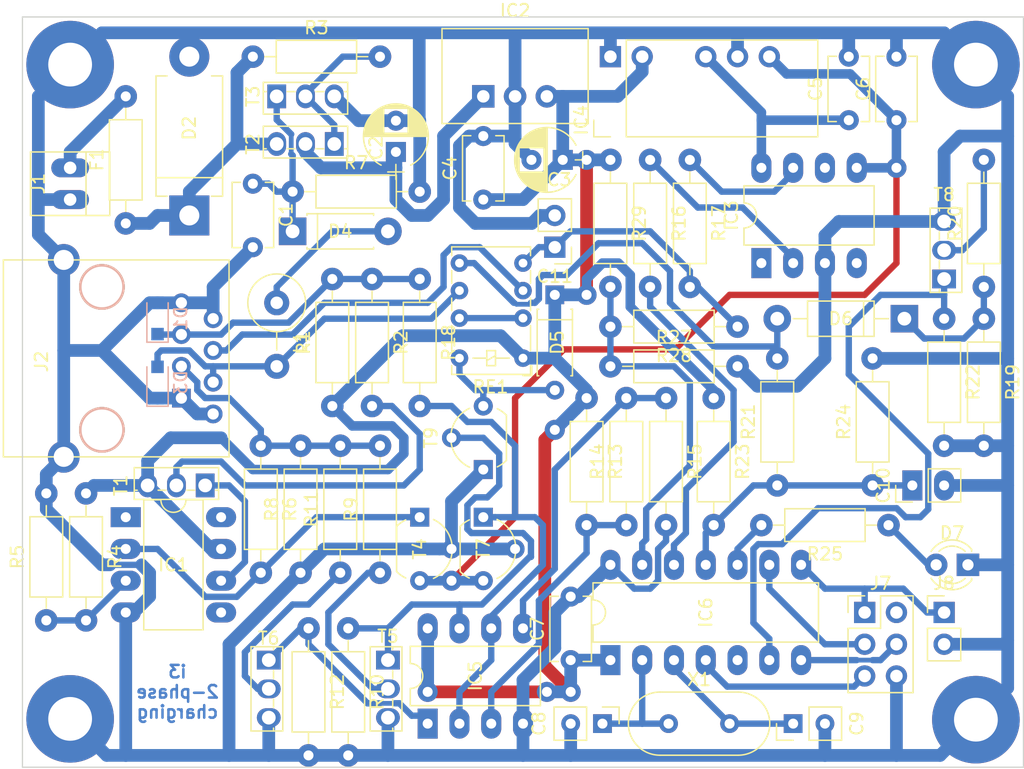
<source format=kicad_pcb>
(kicad_pcb (version 4) (host pcbnew 4.0.6)
  (layers (0 F.Cu signal) (31 B.Cu signal) (34 B.Paste user) (35 F.Paste user) (36 B.SilkS user) (37 F.SilkS user) (38 B.Mask user) (39 F.Mask user) (44 Edge.Cuts user))
  (net 0 "")
  (net 1 "Net-(C1-Pad1)")
  (net 2 GND)
  (net 3 "Net-(C2-Pad1)")
  (net 4 +5V)
  (net 5 /XTAL1)
  (net 6 /XTAL2)
  (net 7 "Net-(D1-Pad1)")
  (net 8 "Net-(D2-Pad1)")
  (net 9 "Net-(D3-Pad2)")
  (net 10 "Net-(D4-Pad2)")
  (net 11 "Net-(D6-Pad1)")
  (net 12 "Net-(D6-Pad2)")
  (net 13 "Net-(D7-Pad2)")
  (net 14 "Net-(F1-Pad2)")
  (net 15 "Net-(IC1-Pad1)")
  (net 16 "Net-(IC1-Pad5)")
  (net 17 "Net-(IC1-Pad2)")
  (net 18 "Net-(IC1-Pad6)")
  (net 19 "Net-(IC1-Pad3)")
  (net 20 "Net-(IC1-Pad8)")
  (net 21 "Net-(IC3-Pad6)")
  (net 22 "Net-(IC5-Pad1)")
  (net 23 "Net-(IC5-Pad5)")
  (net 24 "Net-(IC5-Pad2)")
  (net 25 "Net-(IC5-Pad3)")
  (net 26 "Net-(IC5-Pad7)")
  (net 27 /MISO)
  (net 28 /SCK)
  (net 29 /LED)
  (net 30 /RESET)
  (net 31 /CH_ON)
  (net 32 /MOSI)
  (net 33 "Net-(J2-Pad5)")
  (net 34 "Net-(J2-Pad4)")
  (net 35 "Net-(J7-Pad2)")
  (net 36 "Net-(R2-Pad2)")
  (net 37 "Net-(R3-Pad2)")
  (net 38 "Net-(R9-Pad1)")
  (net 39 "Net-(R11-Pad1)")
  (net 40 "Net-(R20-Pad2)")
  (net 41 "Net-(RE1-Pad2)")
  (net 42 +12V)
  (net 43 -12V)
  (net 44 /CP_IN)
  (net 45 "Net-(C11-Pad1)")
  (net 46 "Net-(D5-Pad2)")
  (net 47 "Net-(IC3-Pad2)")
  (net 48 "Net-(IC3-Pad7)")
  (net 49 /CP_MEAS)
  (net 50 /CP_OUT)
  (net 51 "Net-(IC6-Pad5)")
  (module Housings_DIP:DIP-14_W7.62mm_LongPads (layer F.Cu) (at 123.19 102.235 90)
    (fp_text reference IC6 (at 3.81 7.62 90) (layer F.SilkS))
    (fp_text value ATTINY84-20PU)
    (pad 1 thru_hole rect (at 0 0 90) (size 2.4 1.6) (drill 0.8) (layers *.Cu *.Mask) (net 4 +5V))
    (pad 8 thru_hole oval (at 7.62 15.24 90) (size 2.4 1.6) (drill 0.8) (layers *.Cu *.Mask) (net 27 /MISO))
    (pad 2 thru_hole oval (at 0 2.54 90) (size 2.4 1.6) (drill 0.8) (layers *.Cu *.Mask) (net 5 /XTAL1))
    (pad 9 thru_hole oval (at 7.62 12.7 90) (size 2.4 1.6) (drill 0.8) (layers *.Cu *.Mask) (net 28 /SCK))
    (pad 3 thru_hole oval (at 0 5.08 90) (size 2.4 1.6) (drill 0.8) (layers *.Cu *.Mask) (net 6 /XTAL2))
    (pad 10 thru_hole oval (at 7.62 10.16 90) (size 2.4 1.6) (drill 0.8) (layers *.Cu *.Mask) (net 29 /LED))
    (pad 4 thru_hole oval (at 0 7.62 90) (size 2.4 1.6) (drill 0.8) (layers *.Cu *.Mask) (net 30 /RESET))
    (pad 11 thru_hole oval (at 7.62 7.62 90) (size 2.4 1.6) (drill 0.8) (layers *.Cu *.Mask) (net 44 /CP_IN))
    (pad 5 thru_hole oval (at 0 10.16 90) (size 2.4 1.6) (drill 0.8) (layers *.Cu *.Mask) (net 51 "Net-(IC6-Pad5)"))
    (pad 12 thru_hole oval (at 7.62 5.08 90) (size 2.4 1.6) (drill 0.8) (layers *.Cu *.Mask) (net 50 /CP_OUT))
    (pad 6 thru_hole oval (at 0 12.7 90) (size 2.4 1.6) (drill 0.8) (layers *.Cu *.Mask) (net 31 /CH_ON))
    (pad 13 thru_hole oval (at 7.62 2.54 90) (size 2.4 1.6) (drill 0.8) (layers *.Cu *.Mask) (net 49 /CP_MEAS))
    (pad 7 thru_hole oval (at 0 15.24 90) (size 2.4 1.6) (drill 0.8) (layers *.Cu *.Mask) (net 32 /MOSI))
    (pad 14 thru_hole oval (at 7.62 0 90) (size 2.4 1.6) (drill 0.8) (layers *.Cu *.Mask) (net 2 GND))
  )
  (module Housings_DIP:DIP-8_W7.62mm_LongPads (layer F.Cu) (at 108.585 107.315 90)
    (fp_text reference IC5 (at 3.81 3.81 90) (layer F.SilkS))
    (fp_text value MCP6542)
    (pad 1 thru_hole rect (at 0 0 90) (size 2.4 1.6) (drill 0.8) (layers *.Cu *.Mask) (net 22 "Net-(IC5-Pad1)"))
    (pad 5 thru_hole oval (at 7.62 7.62 90) (size 2.4 1.6) (drill 0.8) (layers *.Cu *.Mask) (net 23 "Net-(IC5-Pad5)"))
    (pad 2 thru_hole oval (at 0 2.54 90) (size 2.4 1.6) (drill 0.8) (layers *.Cu *.Mask) (net 24 "Net-(IC5-Pad2)"))
    (pad 6 thru_hole oval (at 7.62 5.08 90) (size 2.4 1.6) (drill 0.8) (layers *.Cu *.Mask) (net 24 "Net-(IC5-Pad2)"))
    (pad 3 thru_hole oval (at 0 5.08 90) (size 2.4 1.6) (drill 0.8) (layers *.Cu *.Mask) (net 25 "Net-(IC5-Pad3)"))
    (pad 7 thru_hole oval (at 7.62 2.54 90) (size 2.4 1.6) (drill 0.8) (layers *.Cu *.Mask) (net 26 "Net-(IC5-Pad7)"))
    (pad 4 thru_hole oval (at 0 7.62 90) (size 2.4 1.6) (drill 0.8) (layers *.Cu *.Mask) (net 2 GND))
    (pad 8 thru_hole oval (at 7.62 0 90) (size 2.4 1.6) (drill 0.8) (layers *.Cu *.Mask) (net 4 +5V))
  )
  (module TO_SOT_Packages_THT:TO-251_IPAK_Vertical (layer F.Cu) (at 105.41 102.235 270)
    (fp_text reference T5 (at -1.905 0 360) (layer F.SilkS))
    (fp_text value IRLU014PBF)
    (pad 1 thru_hole rect (at 0 0 270) (size 1.5 1.9) (drill 1.1) (layers *.Cu *.Mask) (net 26 "Net-(IC5-Pad7)"))
    (pad 2 thru_hole oval (at 2.3 0 270) (size 1.5 1.9) (drill 1.1) (layers *.Cu *.Mask) (net 38 "Net-(R9-Pad1)"))
    (pad 3 thru_hole oval (at 4.6 0 270) (size 1.5 1.9) (drill 1.1) (layers *.Cu *.Mask) (net 2 GND))
  )
  (module Capacitors_THT:CP_Radial_D5.0mm_P2.50mm (layer F.Cu) (at 119.38 62.23 180)
    (fp_text reference C3 (at 0.2775 -1.5875 180) (layer F.SilkS))
    (fp_text value "22u 40V")
    (pad 1 thru_hole rect (at 0 0 180) (size 1.6 1.6) (drill 0.8) (layers *.Cu *.Mask) (net 4 +5V))
    (pad 2 thru_hole circle (at 2.5 0 180) (size 1.6 1.6) (drill 0.8) (layers *.Cu *.Mask) (net 2 GND))
  )
  (module TO_SOT_Packages_THT:TO-251_IPAK_Vertical (layer F.Cu) (at 101.12 60.96 180)
    (fp_text reference T2 (at 6.505 0 270) (layer F.SilkS))
    (fp_text value IRLU9343PBF)
    (pad 1 thru_hole rect (at 0 0 180) (size 1.5 1.9) (drill 1.1) (layers *.Cu *.Mask) (net 37 "Net-(R3-Pad2)"))
    (pad 2 thru_hole oval (at 2.3 0 180) (size 1.5 1.9) (drill 1.1) (layers *.Cu *.Mask) (net 3 "Net-(C2-Pad1)"))
    (pad 3 thru_hole oval (at 4.6 0 180) (size 1.5 1.9) (drill 1.1) (layers *.Cu *.Mask) (net 8 "Net-(D2-Pad1)"))
  )
  (module Diodes_THT:D_DO-201AD_P12.70mm_Horizontal (layer F.Cu) (at 89.535 66.675 90)
    (fp_text reference D2 (at 6.985 0 90) (layer F.SilkS))
    (fp_text value 1.5CE18A)
    (pad 1 thru_hole rect (at 0 0 90) (size 3.2 3.2) (drill 1.6) (layers *.Cu *.Mask) (net 8 "Net-(D2-Pad1)"))
    (pad 2 thru_hole oval (at 12.7 0 90) (size 3.2 3.2) (drill 1.6) (layers *.Cu *.Mask) (net 2 GND))
  )
  (module TO_SOT_Packages_THT:TO-251_IPAK_Vertical (layer F.Cu) (at 96.52 57.15)
    (fp_text reference T3 (at -1.905 0 90) (layer F.SilkS))
    (fp_text value IRLU014PBF)
    (pad 1 thru_hole rect (at 0 0) (size 1.5 1.9) (drill 1.1) (layers *.Cu *.Mask) (net 1 "Net-(C1-Pad1)"))
    (pad 2 thru_hole oval (at 2.3 0) (size 1.5 1.9) (drill 1.1) (layers *.Cu *.Mask) (net 37 "Net-(R3-Pad2)"))
    (pad 3 thru_hole oval (at 4.6 0) (size 1.5 1.9) (drill 1.1) (layers *.Cu *.Mask) (net 2 GND))
  )
  (module Inductors_THT:L_Axial_L11.0mm_D4.5mm_P5.08mm_Vertical_Fastron_MECC (layer F.Cu) (at 96.52 73.66 270)
    (fp_text reference L1 (at 3.175 -1.905 270) (layer F.SilkS))
    (fp_text value 2n2)
    (pad 1 thru_hole circle (at 0 0 270) (size 2 2) (drill 1) (layers *.Cu *.Mask) (net 10 "Net-(D4-Pad2)"))
    (pad 2 thru_hole oval (at 5.08 0 270) (size 2 2) (drill 1) (layers *.Cu *.Mask) (net 9 "Net-(D3-Pad2)"))
  )
  (module Capacitors_THT:CP_Radial_D5.0mm_P2.50mm (layer F.Cu) (at 106.045 61.595 90)
    (fp_text reference C2 (at 0.3175 -1.5875 90) (layer F.SilkS))
    (fp_text value "10u 40V")
    (pad 1 thru_hole rect (at 0 0 90) (size 1.6 1.6) (drill 0.8) (layers *.Cu *.Mask) (net 3 "Net-(C2-Pad1)"))
    (pad 2 thru_hole circle (at 2.5 0 90) (size 1.6 1.6) (drill 0.8) (layers *.Cu *.Mask) (net 2 GND))
  )
  (module Pin_Headers:Pin_Header_Straight_1x02_Pitch2.54mm (layer F.Cu) (at 122.555 107.315 270)
    (fp_text reference C8 (at 0 5.08 270) (layer F.SilkS))
    (fp_text value 22p)
    (pad 1 thru_hole rect (at 0 0 270) (size 1.5 1.5) (drill 0.8) (layers *.Cu *.Mask) (net 5 /XTAL1))
    (pad 2 thru_hole oval (at 0 2.54 270) (size 1.5 1.5) (drill 0.8) (layers *.Cu *.Mask) (net 2 GND))
  )
  (module Pin_Headers:Pin_Header_Straight_1x02_Pitch2.54mm (layer F.Cu) (at 137.795 107.315 90)
    (fp_text reference C9 (at 0 5.08 90) (layer F.SilkS))
    (fp_text value 22p)
    (pad 1 thru_hole rect (at 0 0 90) (size 1.5 1.5) (drill 0.8) (layers *.Cu *.Mask) (net 6 /XTAL2))
    (pad 2 thru_hole oval (at 0 2.54 90) (size 1.5 1.5) (drill 0.8) (layers *.Cu *.Mask) (net 2 GND))
  )
  (module Diodes_SMD:D_SOD-323_HandSoldering (layer B.Cu) (at 86.995 74.91 90)
    (fp_text reference D1 (at 0 1.85 90) (layer B.SilkS) (effects (justify mirror)))
    (fp_text value CDSOD323-T05)
    (pad 1 smd rect (at -1.25 0 90) (size 1 1) (layers B.Cu B.Paste B.Mask) (net 7 "Net-(D1-Pad1)"))
    (pad 2 smd rect (at 1.25 0 90) (size 1 1) (layers B.Cu B.Paste B.Mask) (net 2 GND))
  )
  (module Diodes_SMD:D_SOD-323_HandSoldering (layer B.Cu) (at 86.995 80.03 90)
    (fp_text reference D3 (at 0 1.85 90) (layer B.SilkS) (effects (justify mirror)))
    (fp_text value CDSOD323-T15C)
    (pad 1 smd rect (at -1.25 0 90) (size 1 1) (layers B.Cu B.Paste B.Mask) (net 2 GND))
    (pad 2 smd rect (at 1.25 0 90) (size 1 1) (layers B.Cu B.Paste B.Mask) (net 9 "Net-(D3-Pad2)"))
  )
  (module Diodes_THT:D_DO-41_SOD81_P10.16mm_Horizontal (layer F.Cu) (at 146.685 74.93 180)
    (fp_text reference D6 (at 5.08 0 180) (layer F.SilkS))
    (fp_text value 1N4007)
    (pad 1 thru_hole rect (at 0 0 180) (size 2.2 2.2) (drill 1.1) (layers *.Cu *.Mask) (net 11 "Net-(D6-Pad1)"))
    (pad 2 thru_hole oval (at 10.16 0 180) (size 2.2 2.2) (drill 1.1) (layers *.Cu *.Mask) (net 12 "Net-(D6-Pad2)"))
  )
  (module LEDs:LED_D3.0mm (layer F.Cu) (at 151.765 94.615 180)
    (fp_text reference D7 (at 1.27 2.54 180) (layer F.SilkS))
    (fp_text value LED)
    (pad 1 thru_hole rect (at 0 0 180) (size 1.8 1.8) (drill 0.9) (layers *.Cu *.Mask) (net 2 GND))
    (pad 2 thru_hole circle (at 2.54 0 180) (size 1.8 1.8) (drill 0.9) (layers *.Cu *.Mask) (net 13 "Net-(D7-Pad2)"))
  )
  (module Housings_DIP:DIP-8_W7.62mm_LongPads (layer F.Cu) (at 84.455 90.805)
    (fp_text reference IC1 (at 3.81 3.81) (layer F.SilkS))
    (fp_text value MCP6541)
    (pad 1 thru_hole rect (at 0 0) (size 2.4 1.6) (drill 0.8) (layers *.Cu *.Mask) (net 15 "Net-(IC1-Pad1)"))
    (pad 5 thru_hole oval (at 7.62 7.62) (size 2.4 1.6) (drill 0.8) (layers *.Cu *.Mask) (net 16 "Net-(IC1-Pad5)"))
    (pad 2 thru_hole oval (at 0 2.54) (size 2.4 1.6) (drill 0.8) (layers *.Cu *.Mask) (net 17 "Net-(IC1-Pad2)"))
    (pad 6 thru_hole oval (at 7.62 5.08) (size 2.4 1.6) (drill 0.8) (layers *.Cu *.Mask) (net 18 "Net-(IC1-Pad6)"))
    (pad 3 thru_hole oval (at 0 5.08) (size 2.4 1.6) (drill 0.8) (layers *.Cu *.Mask) (net 19 "Net-(IC1-Pad3)"))
    (pad 7 thru_hole oval (at 7.62 2.54) (size 2.4 1.6) (drill 0.8) (layers *.Cu *.Mask) (net 4 +5V))
    (pad 4 thru_hole oval (at 0 7.62) (size 2.4 1.6) (drill 0.8) (layers *.Cu *.Mask) (net 2 GND))
    (pad 8 thru_hole oval (at 7.62 0) (size 2.4 1.6) (drill 0.8) (layers *.Cu *.Mask) (net 20 "Net-(IC1-Pad8)"))
  )
  (module Connectors:PINHEAD1-2 (layer F.Cu) (at 80.01 62.865 270)
    (fp_text reference J1 (at 1.27 2.54 270) (layer F.SilkS))
    (fp_text value "Power connector")
    (pad 1 thru_hole oval (at 0 0 270) (size 1.51 3.01) (drill 1) (layers *.Cu *.Mask) (net 14 "Net-(F1-Pad2)"))
    (pad 2 thru_hole oval (at 2.54 0 270) (size 1.51 3.01) (drill 1) (layers *.Cu *.Mask) (net 2 GND))
  )
  (module Mounting_Holes:MountingHole_3.5mm_Pad (layer F.Cu) (at 80.01 54.61)
    (fp_text reference J3 hide)
    (fp_text value Mount)
    (pad 1 thru_hole circle (at 0 0) (size 7 7) (drill 3.5) (layers *.Cu *.Mask) (net 2 GND))
  )
  (module Mounting_Holes:MountingHole_3.5mm_Pad (layer F.Cu) (at 152.4 54.61)
    (fp_text reference J4 hide)
    (fp_text value Mount)
    (pad 1 thru_hole circle (at 0 0) (size 7 7) (drill 3.5) (layers *.Cu *.Mask) (net 2 GND))
  )
  (module Mounting_Holes:MountingHole_3.5mm_Pad (layer F.Cu) (at 80.01 106.934)
    (fp_text reference J5 (at 0 -0.254) (layer F.SilkS))
    (fp_text value Mount)
    (pad 1 thru_hole circle (at 0 0) (size 7 7) (drill 3.5) (layers *.Cu *.Mask) (net 2 GND))
  )
  (module Mounting_Holes:MountingHole_3.5mm_Pad (layer F.Cu) (at 152.4 106.9975)
    (fp_text reference J6 hide)
    (fp_text value Mount)
    (pad 1 thru_hole circle (at 0 0) (size 7 7) (drill 3.5) (layers *.Cu *.Mask) (net 2 GND))
  )
  (module Pin_Headers:Pin_Header_Straight_2x03_Pitch2.54mm (layer F.Cu) (at 143.51 98.425)
    (fp_text reference J7 (at 1.27 -2.33) (layer F.SilkS))
    (fp_text value ISP)
    (pad 1 thru_hole rect (at 0 0) (size 1.7 1.7) (drill 1) (layers *.Cu *.Mask) (net 27 /MISO))
    (pad 2 thru_hole oval (at 2.54 0) (size 1.7 1.7) (drill 1) (layers *.Cu *.Mask) (net 35 "Net-(J7-Pad2)"))
    (pad 3 thru_hole oval (at 0 2.54) (size 1.7 1.7) (drill 1) (layers *.Cu *.Mask) (net 28 /SCK))
    (pad 4 thru_hole oval (at 2.54 2.54) (size 1.7 1.7) (drill 1) (layers *.Cu *.Mask) (net 32 /MOSI))
    (pad 5 thru_hole oval (at 0 5.08) (size 1.7 1.7) (drill 1) (layers *.Cu *.Mask) (net 30 /RESET))
    (pad 6 thru_hole oval (at 2.54 5.08) (size 1.7 1.7) (drill 1) (layers *.Cu *.Mask) (net 2 GND))
  )
  (module TO_SOT_Packages_THT:TO-251_IPAK_Vertical (layer F.Cu) (at 90.805 88.265 180)
    (fp_text reference T1 (at 6.745 0 270) (layer F.SilkS))
    (fp_text value IRLU9343PBF)
    (pad 1 thru_hole rect (at 0 0 180) (size 1.5 1.9) (drill 1.1) (layers *.Cu *.Mask) (net 18 "Net-(IC1-Pad6)"))
    (pad 2 thru_hole oval (at 2.3 0 180) (size 1.5 1.9) (drill 1.1) (layers *.Cu *.Mask) (net 36 "Net-(R2-Pad2)"))
    (pad 3 thru_hole oval (at 4.6 0 180) (size 1.5 1.9) (drill 1.1) (layers *.Cu *.Mask) (net 4 +5V))
  )
  (module TO_SOT_Packages_THT:TO-92_Molded_Wide (layer F.Cu) (at 107.95 90.805 270)
    (fp_text reference T4 (at 2.54 0 450) (layer F.SilkS))
    (fp_text value J105)
    (pad 2 thru_hole circle (at 2.54 -2.54) (size 1.52 1.52) (drill 0.8) (layers *.Cu *.Mask) (net 2 GND))
    (pad 3 thru_hole circle (at 5.08 0) (size 1.52 1.52) (drill 0.8) (layers *.Cu *.Mask) (net 43 -12V))
    (pad 1 thru_hole rect (at 0 0) (size 1.52 1.52) (drill 0.8) (layers *.Cu *.Mask) (net 17 "Net-(IC1-Pad2)"))
  )
  (module TO_SOT_Packages_THT:TO-251_IPAK_Vertical (layer F.Cu) (at 95.885 102.235 270)
    (fp_text reference T6 (at -1.75 0 540) (layer F.SilkS))
    (fp_text value IRLU014PBF)
    (pad 1 thru_hole rect (at 0 0 270) (size 1.5 1.9) (drill 1.1) (layers *.Cu *.Mask) (net 22 "Net-(IC5-Pad1)"))
    (pad 2 thru_hole oval (at 2.3 0 270) (size 1.5 1.9) (drill 1.1) (layers *.Cu *.Mask) (net 39 "Net-(R11-Pad1)"))
    (pad 3 thru_hole oval (at 4.6 0 270) (size 1.5 1.9) (drill 1.1) (layers *.Cu *.Mask) (net 2 GND))
  )
  (module TO_SOT_Packages_THT:TO-92_Molded_Wide (layer F.Cu) (at 113.03 90.805 270)
    (fp_text reference T7 (at 2.54 0 450) (layer F.SilkS))
    (fp_text value J105)
    (pad 2 thru_hole circle (at 2.54 -2.54) (size 1.52 1.52) (drill 0.8) (layers *.Cu *.Mask) (net 2 GND))
    (pad 3 thru_hole circle (at 5.08 0) (size 1.52 1.52) (drill 0.8) (layers *.Cu *.Mask) (net 43 -12V))
    (pad 1 thru_hole rect (at 0 0) (size 1.52 1.52) (drill 0.8) (layers *.Cu *.Mask) (net 24 "Net-(IC5-Pad2)"))
  )
  (module TO_SOT_Packages_THT:TO-251_IPAK_Vertical (layer F.Cu) (at 149.86 71.755 90)
    (fp_text reference T8 (at 6.745 0 180) (layer F.SilkS))
    (fp_text value IRLU014PBF)
    (pad 1 thru_hole rect (at 0 0 90) (size 1.5 1.9) (drill 1.1) (layers *.Cu *.Mask) (net 31 /CH_ON))
    (pad 2 thru_hole oval (at 2.3 0 90) (size 1.5 1.9) (drill 1.1) (layers *.Cu *.Mask) (net 40 "Net-(R20-Pad2)"))
    (pad 3 thru_hole oval (at 4.6 0 90) (size 1.5 1.9) (drill 1.1) (layers *.Cu *.Mask) (net 2 GND))
  )
  (module Diodes_THT:D_DO-41_SOD81_P7.62mm_Horizontal (layer F.Cu) (at 97.79 67.945)
    (fp_text reference D4 (at 3.81 0) (layer F.SilkS))
    (fp_text value 1N4148)
    (pad 1 thru_hole rect (at 0 0) (size 2.2 2.2) (drill 1.1) (layers *.Cu *.Mask) (net 1 "Net-(C1-Pad1)"))
    (pad 2 thru_hole oval (at 7.62 0) (size 2.2 2.2) (drill 1.1) (layers *.Cu *.Mask) (net 10 "Net-(D4-Pad2)"))
  )
  (module Diodes_THT:D_DO-41_SOD81_P7.62mm_Horizontal (layer F.Cu) (at 118.745 73.025 270)
    (fp_text reference D5 (at 3.81 -0.200001 270) (layer F.SilkS))
    (fp_text value 1N4148)
    (pad 1 thru_hole rect (at 0 0 270) (size 1.5 1.5) (drill 0.8) (layers *.Cu *.Mask) (net 4 +5V))
    (pad 2 thru_hole oval (at 7.62 0 270) (size 1.5 1.5) (drill 0.8) (layers *.Cu *.Mask) (net 46 "Net-(D5-Pad2)"))
  )
  (module Pin_Headers:Pin_Header_Straight_1x02_Pitch2.54mm (layer F.Cu) (at 147.32 88.265 90)
    (fp_text reference C10 (at 0 -2.33 90) (layer F.SilkS))
    (fp_text value 47p)
    (pad 1 thru_hole rect (at 0 0 90) (size 2.4 1.6) (drill 0.8) (layers *.Cu *.Mask) (net 44 /CP_IN))
    (pad 2 thru_hole oval (at 0 2.54 90) (size 2.4 1.6) (drill 0.8) (layers *.Cu *.Mask) (net 2 GND))
  )
  (module Pin_Headers:Pin_Header_Straight_1x02_Pitch2.54mm (layer F.Cu) (at 118.745 69.215 180)
    (fp_text reference C11 (at 0 -2.33 180) (layer F.SilkS))
    (fp_text value 220p)
    (pad 1 thru_hole rect (at 0 0 180) (size 1.7 1.7) (drill 1) (layers *.Cu *.Mask) (net 45 "Net-(C11-Pad1)"))
    (pad 2 thru_hole oval (at 0 2.54 180) (size 1.7 1.7) (drill 1) (layers *.Cu *.Mask) (net 2 GND))
  )
  (module Housings_DIP:DIP-8_W7.62mm_LongPads (layer F.Cu) (at 135.255 70.485 90)
    (fp_text reference IC3 (at 3.81 -2.39 90) (layer F.SilkS))
    (fp_text value SI8261BAC-C-IP)
    (pad 1 thru_hole rect (at 0 0 90) (size 2.4 1.6) (drill 0.8) (layers *.Cu *.Mask))
    (pad 5 thru_hole oval (at 7.62 7.62 90) (size 2.4 1.6) (drill 0.8) (layers *.Cu *.Mask) (net 43 -12V))
    (pad 2 thru_hole oval (at 0 2.54 90) (size 2.4 1.6) (drill 0.8) (layers *.Cu *.Mask) (net 47 "Net-(IC3-Pad2)"))
    (pad 6 thru_hole oval (at 7.62 5.08 90) (size 2.4 1.6) (drill 0.8) (layers *.Cu *.Mask) (net 21 "Net-(IC3-Pad6)"))
    (pad 3 thru_hole oval (at 0 5.08 90) (size 2.4 1.6) (drill 0.8) (layers *.Cu *.Mask) (net 2 GND))
    (pad 7 thru_hole oval (at 7.62 2.54 90) (size 2.4 1.6) (drill 0.8) (layers *.Cu *.Mask) (net 48 "Net-(IC3-Pad7)"))
    (pad 4 thru_hole oval (at 0 7.62 90) (size 2.4 1.6) (drill 0.8) (layers *.Cu *.Mask))
    (pad 8 thru_hole oval (at 7.62 0 90) (size 2.4 1.6) (drill 0.8) (layers *.Cu *.Mask) (net 42 +12V))
  )
  (module Pin_Headers:Pin_Header_Straight_1x02_Pitch2.54mm (layer F.Cu) (at 149.86 98.425)
    (fp_text reference J8 (at 0 -2.33) (layer F.SilkS))
    (fp_text value TX)
    (pad 1 thru_hole rect (at 0 0) (size 1.7 1.7) (drill 1) (layers *.Cu *.Mask) (net 27 /MISO))
    (pad 2 thru_hole oval (at 0 2.54) (size 1.7 1.7) (drill 1) (layers *.Cu *.Mask) (net 2 GND))
  )
  (module TO_SOT_Packages_THT:TO-92_Molded_Wide (layer F.Cu) (at 113.03 86.995 90)
    (fp_text reference T9 (at 2.54 -4.19 270) (layer F.SilkS))
    (fp_text value Q_NMOS_SGD)
    (pad 2 thru_hole circle (at 2.54 -2.54 180) (size 1.52 1.52) (drill 0.8) (layers *.Cu *.Mask) (net 26 "Net-(IC5-Pad7)"))
    (pad 3 thru_hole circle (at 5.08 0 180) (size 1.52 1.52) (drill 0.8) (layers *.Cu *.Mask) (net 46 "Net-(D5-Pad2)"))
    (pad 1 thru_hole rect (at 0 0 180) (size 1.52 1.52) (drill 0.8) (layers *.Cu *.Mask) (net 2 GND))
  )
  (module Relays_THT:Relay_DPDT_AXICOM_IMSeries_Pitch5.08mm (layer F.Cu) (at 116.205 78.085 180)
    (fp_text reference RE1 (at 2.6 -2.3 180) (layer F.SilkS))
    (fp_text value IM23TS)
    (pad 1 thru_hole circle (at 0 0 180) (size 1.4 1.4) (drill 0.7) (layers *.Cu *.Mask) (net 4 +5V))
    (pad 8 thru_hole circle (at 5.08 0 180) (size 1.4 1.4) (drill 0.7) (layers *.Cu *.Mask) (net 46 "Net-(D5-Pad2)"))
    (pad 2 thru_hole circle (at 0 3.2 180) (size 1.4 1.4) (drill 0.7) (layers *.Cu *.Mask) (net 41 "Net-(RE1-Pad2)"))
    (pad 3 thru_hole circle (at 0 5.4 180) (size 1.4 1.4) (drill 0.7) (layers *.Cu *.Mask) (net 33 "Net-(J2-Pad5)"))
    (pad 4 thru_hole circle (at 0 7.6 180) (size 1.4 1.4) (drill 0.7) (layers *.Cu *.Mask) (net 45 "Net-(C11-Pad1)"))
    (pad 7 thru_hole circle (at 5.08 3.2 180) (size 1.4 1.4) (drill 0.7) (layers *.Cu *.Mask) (net 41 "Net-(RE1-Pad2)"))
    (pad 6 thru_hole circle (at 5.08 5.4 180) (size 1.4 1.4) (drill 0.7) (layers *.Cu *.Mask) (net 9 "Net-(D3-Pad2)"))
    (pad 5 thru_hole circle (at 5.08 7.6 180) (size 1.4 1.4) (drill 0.7) (layers *.Cu *.Mask) (net 12 "Net-(D6-Pad2)"))
  )
  (module Crystals:Crystal_HC49-U_Vertical (layer F.Cu) (at 127.835 107.315)
    (fp_text reference X1 (at 2.44 -3.525) (layer F.SilkS))
    (fp_text value 15.36MHz)
    (pad 1 thru_hole circle (at 0 0) (size 1.5 1.5) (drill 0.8) (layers *.Cu *.Mask) (net 5 /XTAL1))
    (pad 2 thru_hole circle (at 4.88 0) (size 1.5 1.5) (drill 0.8) (layers *.Cu *.Mask) (net 6 /XTAL2))
  )
  (module Miscellaneous:C_Disc_D5.1mm_W3.2mm_P5.08mm (layer F.Cu) (at 94.615 64.135 270)
    (fp_text reference C1 (at 2.5 -2.66 270) (layer F.SilkS))
    (fp_text value 10n)
    (pad 1 thru_hole circle (at 0 0 270) (size 1.6 1.6) (drill 0.8) (layers *.Cu *.Mask) (net 1 "Net-(C1-Pad1)"))
    (pad 2 thru_hole circle (at 5.08 0 270) (size 1.6 1.6) (drill 0.8) (layers *.Cu *.Mask) (net 2 GND))
  )
  (module Miscellaneous:C_Disc_D5.1mm_W3.2mm_P5.08mm (layer F.Cu) (at 113.03 65.405 90)
    (fp_text reference C4 (at 2.5 -2.66 90) (layer F.SilkS))
    (fp_text value 47n)
    (pad 1 thru_hole circle (at 0 0 90) (size 1.6 1.6) (drill 0.8) (layers *.Cu *.Mask) (net 4 +5V))
    (pad 2 thru_hole circle (at 5.08 0 90) (size 1.6 1.6) (drill 0.8) (layers *.Cu *.Mask) (net 2 GND))
  )
  (module Miscellaneous:C_Disc_D5.1mm_W3.2mm_P5.08mm (layer F.Cu) (at 142.24 59.055 90)
    (fp_text reference C5 (at 2.5 -2.66 90) (layer F.SilkS))
    (fp_text value 47n)
    (pad 1 thru_hole circle (at 0 0 90) (size 1.6 1.6) (drill 0.8) (layers *.Cu *.Mask) (net 42 +12V))
    (pad 2 thru_hole circle (at 5.08 0 90) (size 1.6 1.6) (drill 0.8) (layers *.Cu *.Mask) (net 2 GND))
  )
  (module Miscellaneous:C_Disc_D5.1mm_W3.2mm_P5.08mm (layer F.Cu) (at 146.05 59.055 90)
    (fp_text reference C6 (at 2.5 -2.66 90) (layer F.SilkS))
    (fp_text value 47n)
    (pad 1 thru_hole circle (at 0 0 90) (size 1.6 1.6) (drill 0.8) (layers *.Cu *.Mask) (net 43 -12V))
    (pad 2 thru_hole circle (at 5.08 0 90) (size 1.6 1.6) (drill 0.8) (layers *.Cu *.Mask) (net 2 GND))
  )
  (module Miscellaneous:C_Disc_D5.1mm_W3.2mm_P5.08mm (layer F.Cu) (at 120.015 102.235 90)
    (fp_text reference C7 (at 2.5 -2.66 90) (layer F.SilkS))
    (fp_text value 47n)
    (pad 1 thru_hole circle (at 0 0 90) (size 1.6 1.6) (drill 0.8) (layers *.Cu *.Mask) (net 4 +5V))
    (pad 2 thru_hole circle (at 5.08 0 90) (size 1.6 1.6) (drill 0.8) (layers *.Cu *.Mask) (net 2 GND))
  )
  (module Miscellaneous:R_Axial_DIN0207_L6.3mm_D2.5mm_P10.16mm_Horizontal (layer F.Cu) (at 84.455 67.31 90)
    (fp_text reference F1 (at 5.08 -2.31 90) (layer F.SilkS))
    (fp_text value 3A)
    (pad 1 thru_hole circle (at 0 0 90) (size 1.8 1.8) (drill 0.8) (layers *.Cu *.Mask) (net 8 "Net-(D2-Pad1)"))
    (pad 2 thru_hole circle (at 10.16 0 90) (size 1.8 1.8) (drill 0.8) (layers *.Cu *.Mask) (net 14 "Net-(F1-Pad2)"))
  )
  (module Miscellaneous:VX78xx-500 (layer F.Cu) (at 113.03 57.15)
    (fp_text reference IC2 (at 2.54 -6.858) (layer F.SilkS))
    (fp_text value V7805-500)
    (pad 1 thru_hole rect (at 0 0) (size 1.8 1.8) (drill 1) (layers *.Cu *.Mask) (net 3 "Net-(C2-Pad1)"))
    (pad 2 thru_hole oval (at 2.54 0) (size 1.8 1.8) (drill 1) (layers *.Cu *.Mask) (net 2 GND))
    (pad 3 thru_hole oval (at 5.08 0) (size 1.8 1.8) (drill 1) (layers *.Cu *.Mask) (net 4 +5V))
  )
  (module Miscellaneous:Recom_1x05_Pitch2.54mm (layer F.Cu) (at 123.19 59.055 90)
    (fp_text reference IC4 (at 0 -2.33 90) (layer F.SilkS))
    (fp_text value TMR1-0522)
    (pad 1 thru_hole rect (at 5.08 0 90) (size 1.7 1.7) (drill 1) (layers *.Cu *.Mask) (net 2 GND))
    (pad 2 thru_hole oval (at 5.08 2.54 90) (size 1.7 1.7) (drill 1) (layers *.Cu *.Mask) (net 4 +5V))
    (pad 4 thru_hole oval (at 5.08 7.62 90) (size 1.7 1.7) (drill 1) (layers *.Cu *.Mask) (net 42 +12V))
    (pad 5 thru_hole oval (at 5.08 10.16 90) (size 1.7 1.7) (drill 1) (layers *.Cu *.Mask) (net 2 GND))
    (pad 6 thru_hole oval (at 5.08 12.7 90) (size 1.7 1.7) (drill 1) (layers *.Cu *.Mask) (net 43 -12V))
  )
  (module Miscellaneous:RJ45_8_TM21R (layer F.Cu) (at 88.9 73.66 270)
    (fp_text reference J2 (at 4.7 11.18 270) (layer F.SilkS))
    (fp_text value CAR)
    (pad "" np_thru_hole circle (at 10.16 6.35 270) (size 3.65 3.65) (drill 3.25) (layers *.Cu *.SilkS *.Mask))
    (pad "" np_thru_hole circle (at -1.27 6.35 270) (size 3.65 3.65) (drill 3.25) (layers *.Cu *.SilkS *.Mask))
    (pad 7 thru_hole circle (at 0 0 270) (size 1.5 1.5) (drill 0.9) (layers *.Cu *.Mask) (net 2 GND))
    (pad 8 thru_hole circle (at 1.27 -2.54 270) (size 1.5 1.5) (drill 0.9) (layers *.Cu *.Mask) (net 2 GND))
    (pad 6 thru_hole circle (at 2.54 0 270) (size 1.5 1.5) (drill 0.9) (layers *.Cu *.Mask) (net 7 "Net-(D1-Pad1)"))
    (pad 5 thru_hole circle (at 3.81 -2.54 270) (size 1.5 1.5) (drill 0.9) (layers *.Cu *.Mask) (net 33 "Net-(J2-Pad5)"))
    (pad 4 thru_hole circle (at 5.08 0 270) (size 1.5 1.5) (drill 0.9) (layers *.Cu *.Mask) (net 34 "Net-(J2-Pad4)"))
    (pad 3 thru_hole circle (at 6.35 -2.54 270) (size 1.5 1.5) (drill 0.9) (layers *.Cu *.Mask) (net 9 "Net-(D3-Pad2)"))
    (pad 1 thru_hole rect (at 7.62 0 270) (size 1.5 1.5) (drill 0.9) (layers *.Cu *.Mask) (net 2 GND))
    (pad 2 thru_hole circle (at 8.89 -2.54 270) (size 1.5 1.5) (drill 0.9) (layers *.Cu *.Mask) (net 2 GND))
    (pad 9 thru_hole circle (at -3.43 9.4 270) (size 2.54 2.54) (drill 1.6) (layers *.Cu *.Mask) (net 2 GND))
    (pad 9 thru_hole circle (at 12.32 9.4 270) (size 2.54 2.54) (drill 1.6) (layers *.Cu *.Mask) (net 2 GND))
  )
  (module Miscellaneous:R_Axial_DIN0207_L6.3mm_D2.5mm_P10.16mm_Horizontal (layer F.Cu) (at 100.965 81.915 90)
    (fp_text reference R1 (at 5.08 -2.31 90) (layer F.SilkS))
    (fp_text value 100k)
    (pad 1 thru_hole circle (at 0 0 90) (size 1.8 1.8) (drill 0.8) (layers *.Cu *.Mask) (net 4 +5V))
    (pad 2 thru_hole circle (at 10.16 0 90) (size 1.8 1.8) (drill 0.8) (layers *.Cu *.Mask) (net 7 "Net-(D1-Pad1)"))
  )
  (module Miscellaneous:R_Axial_DIN0207_L6.3mm_D2.5mm_P10.16mm_Horizontal (layer F.Cu) (at 104.14 71.755 270)
    (fp_text reference R2 (at 5.08 -2.31 270) (layer F.SilkS))
    (fp_text value 300)
    (pad 1 thru_hole circle (at 0 0 270) (size 1.8 1.8) (drill 0.8) (layers *.Cu *.Mask) (net 7 "Net-(D1-Pad1)"))
    (pad 2 thru_hole circle (at 10.16 0 270) (size 1.8 1.8) (drill 0.8) (layers *.Cu *.Mask) (net 36 "Net-(R2-Pad2)"))
  )
  (module Miscellaneous:R_Axial_DIN0207_L6.3mm_D2.5mm_P10.16mm_Horizontal (layer F.Cu) (at 94.615 53.975)
    (fp_text reference R3 (at 5.08 -2.31) (layer F.SilkS))
    (fp_text value 10k)
    (pad 1 thru_hole circle (at 0 0) (size 1.8 1.8) (drill 0.8) (layers *.Cu *.Mask) (net 8 "Net-(D2-Pad1)"))
    (pad 2 thru_hole circle (at 10.16 0) (size 1.8 1.8) (drill 0.8) (layers *.Cu *.Mask) (net 37 "Net-(R3-Pad2)"))
  )
  (module Miscellaneous:R_Axial_DIN0207_L6.3mm_D2.5mm_P10.16mm_Horizontal (layer F.Cu) (at 81.28 88.9 270)
    (fp_text reference R4 (at 5.08 -2.31 270) (layer F.SilkS))
    (fp_text value 39k)
    (pad 1 thru_hole circle (at 0 0 270) (size 1.8 1.8) (drill 0.8) (layers *.Cu *.Mask) (net 4 +5V))
    (pad 2 thru_hole circle (at 10.16 0 270) (size 1.8 1.8) (drill 0.8) (layers *.Cu *.Mask) (net 19 "Net-(IC1-Pad3)"))
  )
  (module Miscellaneous:R_Axial_DIN0207_L6.3mm_D2.5mm_P10.16mm_Horizontal (layer F.Cu) (at 78.105 99.06 90)
    (fp_text reference R5 (at 5.08 -2.31 90) (layer F.SilkS))
    (fp_text value 10k)
    (pad 1 thru_hole circle (at 0 0 90) (size 1.8 1.8) (drill 0.8) (layers *.Cu *.Mask) (net 19 "Net-(IC1-Pad3)"))
    (pad 2 thru_hole circle (at 10.16 0 90) (size 1.8 1.8) (drill 0.8) (layers *.Cu *.Mask) (net 2 GND))
  )
  (module Miscellaneous:R_Axial_DIN0207_L6.3mm_D2.5mm_P10.16mm_Horizontal (layer F.Cu) (at 95.25 85.09 270)
    (fp_text reference R6 (at 5.08 -2.31 270) (layer F.SilkS))
    (fp_text value 10k)
    (pad 1 thru_hole circle (at 0 0 270) (size 1.8 1.8) (drill 0.8) (layers *.Cu *.Mask) (net 34 "Net-(J2-Pad4)"))
    (pad 2 thru_hole circle (at 10.16 0 270) (size 1.8 1.8) (drill 0.8) (layers *.Cu *.Mask) (net 17 "Net-(IC1-Pad2)"))
  )
  (module Miscellaneous:R_Axial_DIN0207_L6.3mm_D2.5mm_P10.16mm_Horizontal (layer F.Cu) (at 97.79 64.77)
    (fp_text reference R7 (at 5.08 -2.31) (layer F.SilkS))
    (fp_text value 1M)
    (pad 1 thru_hole circle (at 0 0) (size 1.8 1.8) (drill 0.8) (layers *.Cu *.Mask) (net 1 "Net-(C1-Pad1)"))
    (pad 2 thru_hole circle (at 10.16 0) (size 1.8 1.8) (drill 0.8) (layers *.Cu *.Mask) (net 2 GND))
  )
  (module Miscellaneous:R_Axial_DIN0207_L6.3mm_D2.5mm_P10.16mm_Horizontal (layer F.Cu) (at 98.425 95.25 90)
    (fp_text reference R8 (at 5.08 -2.31 90) (layer F.SilkS))
    (fp_text value 100k)
    (pad 1 thru_hole circle (at 0 0 90) (size 1.8 1.8) (drill 0.8) (layers *.Cu *.Mask) (net 2 GND))
    (pad 2 thru_hole circle (at 10.16 0 90) (size 1.8 1.8) (drill 0.8) (layers *.Cu *.Mask) (net 34 "Net-(J2-Pad4)"))
  )
  (module Miscellaneous:R_Axial_DIN0207_L6.3mm_D2.5mm_P10.16mm_Horizontal (layer F.Cu) (at 104.775 95.25 90)
    (fp_text reference R9 (at 5.08 -2.31 90) (layer F.SilkS))
    (fp_text value 255)
    (pad 1 thru_hole circle (at 0 0 90) (size 1.8 1.8) (drill 0.8) (layers *.Cu *.Mask) (net 38 "Net-(R9-Pad1)"))
    (pad 2 thru_hole circle (at 10.16 0 90) (size 1.8 1.8) (drill 0.8) (layers *.Cu *.Mask) (net 34 "Net-(J2-Pad4)"))
  )
  (module Miscellaneous:R_Axial_DIN0207_L6.3mm_D2.5mm_P10.16mm_Horizontal (layer F.Cu) (at 102.235 99.695 270)
    (fp_text reference R10 (at 5.08 -2.31 270) (layer F.SilkS))
    (fp_text value 10k)
    (pad 1 thru_hole circle (at 0 0 270) (size 1.8 1.8) (drill 0.8) (layers *.Cu *.Mask) (net 26 "Net-(IC5-Pad7)"))
    (pad 2 thru_hole circle (at 10.16 0 270) (size 1.8 1.8) (drill 0.8) (layers *.Cu *.Mask) (net 2 GND))
  )
  (module Miscellaneous:R_Axial_DIN0207_L6.3mm_D2.5mm_P10.16mm_Horizontal (layer F.Cu) (at 101.6 95.25 90)
    (fp_text reference R11 (at 5.08 -2.31 90) (layer F.SilkS))
    (fp_text value 1k5)
    (pad 1 thru_hole circle (at 0 0 90) (size 1.8 1.8) (drill 0.8) (layers *.Cu *.Mask) (net 39 "Net-(R11-Pad1)"))
    (pad 2 thru_hole circle (at 10.16 0 90) (size 1.8 1.8) (drill 0.8) (layers *.Cu *.Mask) (net 34 "Net-(J2-Pad4)"))
  )
  (module Miscellaneous:R_Axial_DIN0207_L6.3mm_D2.5mm_P10.16mm_Horizontal (layer F.Cu) (at 99.06 99.695 270)
    (fp_text reference R12 (at 5.08 -2.31 270) (layer F.SilkS))
    (fp_text value 10k)
    (pad 1 thru_hole circle (at 0 0 270) (size 1.8 1.8) (drill 0.8) (layers *.Cu *.Mask) (net 22 "Net-(IC5-Pad1)"))
    (pad 2 thru_hole circle (at 10.16 0 270) (size 1.8 1.8) (drill 0.8) (layers *.Cu *.Mask) (net 2 GND))
  )
  (module Miscellaneous:R_Axial_DIN0207_L6.3mm_D2.5mm_P10.16mm_Horizontal (layer F.Cu) (at 121.285 81.28 270)
    (fp_text reference R13 (at 5.08 -2.31 270) (layer F.SilkS))
    (fp_text value 4k99)
    (pad 1 thru_hole circle (at 0 0 270) (size 1.8 1.8) (drill 0.8) (layers *.Cu *.Mask) (net 4 +5V))
    (pad 2 thru_hole circle (at 10.16 0 270) (size 1.8 1.8) (drill 0.8) (layers *.Cu *.Mask) (net 25 "Net-(IC5-Pad3)"))
  )
  (module Miscellaneous:R_Axial_DIN0207_L6.3mm_D2.5mm_P10.16mm_Horizontal (layer F.Cu) (at 124.46 91.44 90)
    (fp_text reference R14 (at 5.08 -2.31 90) (layer F.SilkS))
    (fp_text value 8k45)
    (pad 1 thru_hole circle (at 0 0 90) (size 1.8 1.8) (drill 0.8) (layers *.Cu *.Mask) (net 25 "Net-(IC5-Pad3)"))
    (pad 2 thru_hole circle (at 10.16 0 90) (size 1.8 1.8) (drill 0.8) (layers *.Cu *.Mask) (net 23 "Net-(IC5-Pad5)"))
  )
  (module Miscellaneous:R_Axial_DIN0207_L6.3mm_D2.5mm_P10.16mm_Horizontal (layer F.Cu) (at 127.635 81.28 270)
    (fp_text reference R15 (at 5.08 -2.31 270) (layer F.SilkS))
    (fp_text value 36k5)
    (pad 1 thru_hole circle (at 0 0 270) (size 1.8 1.8) (drill 0.8) (layers *.Cu *.Mask) (net 23 "Net-(IC5-Pad5)"))
    (pad 2 thru_hole circle (at 10.16 0 270) (size 1.8 1.8) (drill 0.8) (layers *.Cu *.Mask) (net 2 GND))
  )
  (module Miscellaneous:R_Axial_DIN0207_L6.3mm_D2.5mm_P10.16mm_Horizontal (layer F.Cu) (at 126.365 62.23 270)
    (fp_text reference R16 (at 5.08 -2.31 270) (layer F.SilkS))
    (fp_text value 510)
    (pad 1 thru_hole circle (at 0 0 270) (size 1.8 1.8) (drill 0.8) (layers *.Cu *.Mask) (net 47 "Net-(IC3-Pad2)"))
    (pad 2 thru_hole circle (at 10.16 0 270) (size 1.8 1.8) (drill 0.8) (layers *.Cu *.Mask) (net 50 /CP_OUT))
  )
  (module Miscellaneous:R_Axial_DIN0207_L6.3mm_D2.5mm_P10.16mm_Horizontal (layer F.Cu) (at 129.54 62.23 270)
    (fp_text reference R17 (at 5.08 -2.31 270) (layer F.SilkS))
    (fp_text value 1k)
    (pad 1 thru_hole circle (at 0 0 270) (size 1.8 1.8) (drill 0.8) (layers *.Cu *.Mask) (net 48 "Net-(IC3-Pad7)"))
    (pad 2 thru_hole circle (at 10.16 0 270) (size 1.8 1.8) (drill 0.8) (layers *.Cu *.Mask) (net 45 "Net-(C11-Pad1)"))
  )
  (module Miscellaneous:R_Axial_DIN0207_L6.3mm_D2.5mm_P10.16mm_Horizontal (layer F.Cu) (at 107.95 71.755 270)
    (fp_text reference R18 (at 5.08 -2.31 270) (layer F.SilkS))
    (fp_text value 100k)
    (pad 1 thru_hole circle (at 0 0 270) (size 1.8 1.8) (drill 0.8) (layers *.Cu *.Mask) (net 7 "Net-(D1-Pad1)"))
    (pad 2 thru_hole circle (at 10.16 0 270) (size 1.8 1.8) (drill 0.8) (layers *.Cu *.Mask) (net 24 "Net-(IC5-Pad2)"))
  )
  (module Miscellaneous:R_Axial_DIN0207_L6.3mm_D2.5mm_P10.16mm_Horizontal (layer F.Cu) (at 153.035 74.93 270)
    (fp_text reference R19 (at 5.08 -2.31 270) (layer F.SilkS))
    (fp_text value 2k87)
    (pad 1 thru_hole circle (at 0 0 270) (size 1.8 1.8) (drill 0.8) (layers *.Cu *.Mask) (net 11 "Net-(D6-Pad1)"))
    (pad 2 thru_hole circle (at 10.16 0 270) (size 1.8 1.8) (drill 0.8) (layers *.Cu *.Mask) (net 2 GND))
  )
  (module Miscellaneous:R_Axial_DIN0207_L6.3mm_D2.5mm_P10.16mm_Horizontal (layer F.Cu) (at 153.035 72.39 90)
    (fp_text reference R20 (at 5.08 -2.31 90) (layer F.SilkS))
    (fp_text value 1k33)
    (pad 1 thru_hole circle (at 0 0 90) (size 1.8 1.8) (drill 0.8) (layers *.Cu *.Mask) (net 11 "Net-(D6-Pad1)"))
    (pad 2 thru_hole circle (at 10.16 0 90) (size 1.8 1.8) (drill 0.8) (layers *.Cu *.Mask) (net 40 "Net-(R20-Pad2)"))
  )
  (module Miscellaneous:R_Axial_DIN0207_L6.3mm_D2.5mm_P10.16mm_Horizontal (layer F.Cu) (at 136.525 88.265 90)
    (fp_text reference R21 (at 5.08 -2.31 90) (layer F.SilkS))
    (fp_text value 100k)
    (pad 1 thru_hole circle (at 0 0 90) (size 1.8 1.8) (drill 0.8) (layers *.Cu *.Mask) (net 44 /CP_IN))
    (pad 2 thru_hole circle (at 10.16 0 90) (size 1.8 1.8) (drill 0.8) (layers *.Cu *.Mask) (net 12 "Net-(D6-Pad2)"))
  )
  (module Miscellaneous:R_Axial_DIN0207_L6.3mm_D2.5mm_P10.16mm_Horizontal (layer F.Cu) (at 149.86 74.93 270)
    (fp_text reference R22 (at 5.08 -2.31 270) (layer F.SilkS))
    (fp_text value 10k)
    (pad 1 thru_hole circle (at 0 0 270) (size 1.8 1.8) (drill 0.8) (layers *.Cu *.Mask) (net 31 /CH_ON))
    (pad 2 thru_hole circle (at 10.16 0 270) (size 1.8 1.8) (drill 0.8) (layers *.Cu *.Mask) (net 2 GND))
  )
  (module Miscellaneous:R_Axial_DIN0207_L6.3mm_D2.5mm_P10.16mm_Horizontal (layer F.Cu) (at 131.445 81.28 270)
    (fp_text reference R23 (at 5.08 -2.31 270) (layer F.SilkS))
    (fp_text value 41k3)
    (pad 1 thru_hole circle (at 0 0 270) (size 1.8 1.8) (drill 0.8) (layers *.Cu *.Mask) (net 4 +5V))
    (pad 2 thru_hole circle (at 10.16 0 270) (size 1.8 1.8) (drill 0.8) (layers *.Cu *.Mask) (net 44 /CP_IN))
  )
  (module Miscellaneous:R_Axial_DIN0207_L6.3mm_D2.5mm_P10.16mm_Horizontal (layer F.Cu) (at 144.145 88.265 90)
    (fp_text reference R24 (at 5.08 -2.31 90) (layer F.SilkS))
    (fp_text value 20k)
    (pad 1 thru_hole circle (at 0 0 90) (size 1.8 1.8) (drill 0.8) (layers *.Cu *.Mask) (net 44 /CP_IN))
    (pad 2 thru_hole circle (at 10.16 0 90) (size 1.8 1.8) (drill 0.8) (layers *.Cu *.Mask) (net 2 GND))
  )
  (module Miscellaneous:R_Axial_DIN0207_L6.3mm_D2.5mm_P10.16mm_Horizontal (layer F.Cu) (at 145.415 91.44 180)
    (fp_text reference R25 (at 5.08 -2.31 180) (layer F.SilkS))
    (fp_text value 1k)
    (pad 1 thru_hole circle (at 0 0 180) (size 1.8 1.8) (drill 0.8) (layers *.Cu *.Mask) (net 13 "Net-(D7-Pad2)"))
    (pad 2 thru_hole circle (at 10.16 0 180) (size 1.8 1.8) (drill 0.8) (layers *.Cu *.Mask) (net 29 /LED))
  )
  (module Miscellaneous:R_Axial_DIN0207_L6.3mm_D2.5mm_P10.16mm_Horizontal (layer F.Cu) (at 123.19 78.74)
    (fp_text reference R27 (at 5.08 -2.31) (layer F.SilkS))
    (fp_text value 36k5)
    (pad 1 thru_hole circle (at 0 0) (size 1.8 1.8) (drill 0.8) (layers *.Cu *.Mask) (net 49 /CP_MEAS))
    (pad 2 thru_hole circle (at 10.16 0) (size 1.8 1.8) (drill 0.8) (layers *.Cu *.Mask) (net 2 GND))
  )
  (module Miscellaneous:R_Axial_DIN0207_L6.3mm_D2.5mm_P10.16mm_Horizontal (layer F.Cu) (at 133.35 75.565 180)
    (fp_text reference R28 (at 5.08 -2.31 180) (layer F.SilkS))
    (fp_text value 100k)
    (pad 1 thru_hole circle (at 0 0 180) (size 1.8 1.8) (drill 0.8) (layers *.Cu *.Mask) (net 45 "Net-(C11-Pad1)"))
    (pad 2 thru_hole circle (at 10.16 0 180) (size 1.8 1.8) (drill 0.8) (layers *.Cu *.Mask) (net 49 /CP_MEAS))
  )
  (module Miscellaneous:R_Axial_DIN0207_L6.3mm_D2.5mm_P10.16mm_Horizontal (layer F.Cu) (at 123.19 62.23 270)
    (fp_text reference R29 (at 5.08 -2.31 270) (layer F.SilkS))
    (fp_text value 41k3)
    (pad 1 thru_hole circle (at 0 0 270) (size 1.8 1.8) (drill 0.8) (layers *.Cu *.Mask) (net 4 +5V))
    (pad 2 thru_hole circle (at 10.16 0 270) (size 1.8 1.8) (drill 0.8) (layers *.Cu *.Mask) (net 49 /CP_MEAS))
  )
  (gr_text "i3\n2-phase\ncharging" (at 88.5825 104.775) (layer B.Cu) (effects (font (size 1 1) (thickness 0.2)) (justify mirror)))
  (gr_line (start 156.2 50.8) (end 156.2 110.8) (layer Edge.Cuts) (width 0.1))
  (gr_line (start 76.2 110.8) (end 156.2 110.8) (layer Edge.Cuts) (width 0.1))
  (gr_line (start 76.2 50.8) (end 76.2 110.8) (layer Edge.Cuts) (width 0.1))
  (gr_line (start 76.2 50.8) (end 156.2 50.8) (layer Edge.Cuts) (width 0.1))
  (segment (start 97.79 64.77) (end 97.79 61.8744) (width 0.508) (layer B.Cu) (net 1))
  (segment (start 97.79 61.8744) (end 97.67949 61.76389) (width 0.508) (layer B.Cu) (net 1))
  (segment (start 97.67949 60.17639) (end 97.67949 61.76389) (width 0.381) (layer B.Cu) (net 1))
  (segment (start 96.52 57.15) (end 96.52 59.0169) (width 0.508) (layer B.Cu) (net 1))
  (segment (start 96.52 59.0169) (end 97.67949 60.17639) (width 0.508) (layer B.Cu) (net 1))
  (segment (start 97.79 64.77) (end 97.79 67.945) (width 0.508) (layer B.Cu) (net 1))
  (segment (start 96.52 64.77) (end 97.79 64.77) (width 0.508) (layer B.Cu) (net 1))
  (segment (start 95.885 64.135) (end 96.52 64.77) (width 0.508) (layer B.Cu) (net 1))
  (segment (start 94.615 64.135) (end 95.885 64.135) (width 0.508) (layer B.Cu) (net 1))
  (segment (start 113.03 60.325) (end 111.89863 60.325) (width 1.016) (layer B.Cu) (net 2))
  (segment (start 112.395 67.31) (end 116.907919 67.31) (width 1.016) (layer B.Cu) (net 2))
  (segment (start 111.89863 60.325) (end 111.125 61.09863) (width 1.016) (layer B.Cu) (net 2))
  (segment (start 111.125 61.09863) (end 111.125 66.04) (width 1.016) (layer B.Cu) (net 2))
  (segment (start 111.125 66.04) (end 112.395 67.31) (width 1.016) (layer B.Cu) (net 2))
  (segment (start 116.907919 67.31) (end 117.542919 66.675) (width 1.016) (layer B.Cu) (net 2))
  (segment (start 117.542919 66.675) (end 118.745 66.675) (width 1.016) (layer B.Cu) (net 2))
  (segment (start 113.03 86.995) (end 110.49 89.535) (width 1.016) (layer B.Cu) (net 2))
  (segment (start 110.49 89.535) (end 110.49 93.345) (width 1.016) (layer B.Cu) (net 2))
  (segment (start 83.185 94.615) (end 82.547208 94.615) (width 1.016) (layer B.Cu) (net 2))
  (segment (start 82.547208 94.615) (end 78.105 90.172792) (width 1.016) (layer B.Cu) (net 2))
  (segment (start 78.105 90.172792) (end 78.105 88.9) (width 1.016) (layer B.Cu) (net 2))
  (segment (start 85.725 94.615) (end 83.185 94.615) (width 0.508) (layer B.Cu) (net 2))
  (segment (start 86.36301 95.25301) (end 85.725 94.615) (width 1.016) (layer B.Cu) (net 2))
  (segment (start 85.09 98.425) (end 86.36301 97.15199) (width 1.016) (layer B.Cu) (net 2))
  (segment (start 86.36301 97.15199) (end 86.36301 95.25301) (width 1.016) (layer B.Cu) (net 2))
  (segment (start 84.455 98.425) (end 85.09 98.425) (width 1.016) (layer B.Cu) (net 2))
  (segment (start 154.94 85.09) (end 154.94 88.265) (width 1.016) (layer B.Cu) (net 2))
  (segment (start 154.94 88.265) (end 154.94 94.615) (width 1.016) (layer B.Cu) (net 2))
  (segment (start 149.86 88.265) (end 154.94 88.265) (width 1.016) (layer B.Cu) (net 2))
  (segment (start 125.095 96.52) (end 123.19 94.615) (width 0.508) (layer B.Cu) (net 2))
  (segment (start 126.365 96.52) (end 125.095 96.52) (width 0.508) (layer B.Cu) (net 2))
  (segment (start 127 95.885) (end 126.365 96.52) (width 0.508) (layer B.Cu) (net 2))
  (segment (start 127 93.347792) (end 127 95.885) (width 0.508) (layer B.Cu) (net 2))
  (segment (start 127.635 91.44) (end 127.635 92.712792) (width 0.508) (layer B.Cu) (net 2))
  (segment (start 127.635 92.712792) (end 127 93.347792) (width 0.508) (layer B.Cu) (net 2))
  (segment (start 154.94 60.325) (end 154.94 78.105) (width 1.016) (layer B.Cu) (net 2))
  (segment (start 144.145 78.105) (end 154.94 78.105) (width 1.016) (layer B.Cu) (net 2))
  (segment (start 154.94 78.105) (end 154.94 85.09) (width 1.016) (layer B.Cu) (net 2))
  (segment (start 140.335 109.855) (end 146.05 109.855) (width 1.016) (layer B.Cu) (net 2))
  (segment (start 140.335 107.315) (end 140.335 109.855) (width 1.016) (layer B.Cu) (net 2))
  (segment (start 116.205 109.855) (end 120.015 109.855) (width 1.016) (layer B.Cu) (net 2))
  (segment (start 120.015 109.855) (end 140.335 109.855) (width 1.016) (layer B.Cu) (net 2))
  (segment (start 120.015 107.315) (end 120.015 109.855) (width 1.016) (layer B.Cu) (net 2))
  (segment (start 120.015 97.155) (end 120.65 97.155) (width 1.016) (layer B.Cu) (net 2))
  (segment (start 120.65 97.155) (end 123.19 94.615) (width 1.016) (layer B.Cu) (net 2))
  (segment (start 154.94 94.615) (end 154.94 100.6475) (width 1.016) (layer B.Cu) (net 2))
  (segment (start 154.94 100.6475) (end 154.94 104.4575) (width 1.016) (layer B.Cu) (net 2))
  (segment (start 149.86 100.965) (end 154.6225 100.965) (width 1.016) (layer B.Cu) (net 2))
  (segment (start 154.6225 100.965) (end 154.94 100.6475) (width 1.016) (layer B.Cu) (net 2))
  (segment (start 100.33 93.345) (end 109.5375 93.345) (width 1.016) (layer B.Cu) (net 2))
  (segment (start 109.5375 93.345) (end 110.49 93.345) (width 1.016) (layer B.Cu) (net 2))
  (segment (start 110.49 93.345) (end 111.125 93.345) (width 1.016) (layer B.Cu) (net 2))
  (segment (start 111.125 93.345) (end 115.57 93.345) (width 1.016) (layer B.Cu) (net 2))
  (segment (start 133.35 78.74) (end 134.9375 80.3275) (width 1.016) (layer B.Cu) (net 2))
  (segment (start 134.9375 80.3275) (end 138.1125 80.3275) (width 1.016) (layer B.Cu) (net 2))
  (segment (start 138.1125 80.3275) (end 140.335 78.105) (width 1.016) (layer B.Cu) (net 2))
  (segment (start 140.335 78.105) (end 140.335 70.485) (width 1.016) (layer B.Cu) (net 2))
  (segment (start 149.86 85.09) (end 153.035 85.09) (width 1.016) (layer B.Cu) (net 2))
  (segment (start 140.335 70.485) (end 140.335 68.269) (width 1.016) (layer B.Cu) (net 2))
  (segment (start 140.335 68.269) (end 141.449 67.155) (width 1.016) (layer B.Cu) (net 2))
  (segment (start 141.449 67.155) (end 149.86 67.155) (width 1.016) (layer B.Cu) (net 2))
  (segment (start 154.94 57.15) (end 154.94 60.325) (width 1.016) (layer B.Cu) (net 2))
  (segment (start 149.86 61.595) (end 151.13 60.325) (width 1.016) (layer B.Cu) (net 2))
  (segment (start 151.13 60.325) (end 154.94 60.325) (width 1.016) (layer B.Cu) (net 2))
  (segment (start 149.86 67.155) (end 149.86 61.595) (width 1.016) (layer B.Cu) (net 2))
  (segment (start 133.35 53.975) (end 133.35 52.07) (width 1.016) (layer B.Cu) (net 2))
  (segment (start 123.19 53.975) (end 123.19 52.07) (width 1.016) (layer B.Cu) (net 2))
  (segment (start 142.24 52.07) (end 146.05 52.07) (width 1.016) (layer B.Cu) (net 2))
  (segment (start 146.05 52.07) (end 149.86 52.07) (width 1.016) (layer B.Cu) (net 2))
  (segment (start 146.05 53.975) (end 146.05 52.07) (width 1.016) (layer B.Cu) (net 2))
  (segment (start 133.35 52.07) (end 142.24 52.07) (width 1.016) (layer B.Cu) (net 2))
  (segment (start 142.24 53.975) (end 142.24 52.07) (width 1.016) (layer B.Cu) (net 2))
  (segment (start 115.57 57.15) (end 115.57 60.325) (width 1.016) (layer B.Cu) (net 2))
  (segment (start 115.57 60.325) (end 115.57 60.92) (width 1.016) (layer B.Cu) (net 2))
  (segment (start 113.03 60.325) (end 115.57 60.325) (width 1.016) (layer B.Cu) (net 2))
  (segment (start 115.57 60.92) (end 116.88 62.23) (width 1.016) (layer B.Cu) (net 2))
  (segment (start 107.95 52.07) (end 115.57 52.07) (width 1.016) (layer B.Cu) (net 2))
  (segment (start 115.57 52.07) (end 123.19 52.07) (width 1.016) (layer B.Cu) (net 2))
  (segment (start 115.57 57.15) (end 115.57 52.07) (width 1.016) (layer B.Cu) (net 2))
  (segment (start 89.535 52.07) (end 107.95 52.07) (width 1.016) (layer B.Cu) (net 2))
  (segment (start 107.91 59.095) (end 107.91 52.11) (width 1.016) (layer B.Cu) (net 2))
  (segment (start 107.91 52.11) (end 107.95 52.07) (width 1.016) (layer B.Cu) (net 2))
  (segment (start 123.19 52.07) (end 133.35 52.07) (width 1.016) (layer B.Cu) (net 2))
  (segment (start 91.44 74.93) (end 91.44 73.66) (width 1.016) (layer B.Cu) (net 2))
  (segment (start 91.44 73.66) (end 91.44 72.39) (width 1.016) (layer B.Cu) (net 2))
  (segment (start 88.9 73.66) (end 91.44 73.66) (width 1.016) (layer B.Cu) (net 2))
  (segment (start 91.44 82.55) (end 90.17 82.55) (width 1.016) (layer B.Cu) (net 2))
  (segment (start 90.17 82.55) (end 88.9 81.28) (width 1.016) (layer B.Cu) (net 2))
  (segment (start 86.995 81.28) (end 88.9 81.28) (width 1.016) (layer B.Cu) (net 2))
  (segment (start 86.995 73.66) (end 88.9 73.66) (width 1.016) (layer B.Cu) (net 2))
  (segment (start 118.745 98.425) (end 120.015 97.155) (width 1.016) (layer B.Cu) (net 2))
  (segment (start 118.745 101.273158) (end 118.745 98.425) (width 1.016) (layer B.Cu) (net 2))
  (segment (start 116.205 107.315) (end 116.205 103.813158) (width 1.016) (layer B.Cu) (net 2))
  (segment (start 116.205 103.813158) (end 118.745 101.273158) (width 1.016) (layer B.Cu) (net 2))
  (segment (start 105.41 106.835) (end 105.41 109.855) (width 1.016) (layer B.Cu) (net 2))
  (segment (start 98.425 109.855) (end 95.885 109.855) (width 1.016) (layer B.Cu) (net 2))
  (segment (start 95.885 106.835) (end 95.885 109.855) (width 1.016) (layer B.Cu) (net 2))
  (segment (start 95.885 109.855) (end 92.71 109.855) (width 1.016) (layer B.Cu) (net 2))
  (segment (start 92.71 100.965) (end 92.71 109.855) (width 1.016) (layer B.Cu) (net 2))
  (segment (start 92.71 109.855) (end 84.455 109.855) (width 1.016) (layer B.Cu) (net 2))
  (segment (start 98.425 95.25) (end 92.71 100.965) (width 1.016) (layer B.Cu) (net 2))
  (segment (start 98.425 95.25) (end 100.33 93.345) (width 1.016) (layer B.Cu) (net 2))
  (segment (start 101.6 109.855) (end 105.41 109.855) (width 1.016) (layer B.Cu) (net 2))
  (segment (start 105.41 109.855) (end 116.205 109.855) (width 1.016) (layer B.Cu) (net 2))
  (segment (start 116.205 107.315) (end 116.205 109.855) (width 1.016) (layer B.Cu) (net 2))
  (segment (start 84.455 109.855) (end 82.931 109.855) (width 1.016) (layer B.Cu) (net 2))
  (segment (start 84.455 98.425) (end 84.455 109.855) (width 1.016) (layer B.Cu) (net 2))
  (segment (start 78.105 88.9) (end 78.105 87.375) (width 1.016) (layer B.Cu) (net 2))
  (segment (start 78.105 87.375) (end 79.5 85.98) (width 1.016) (layer B.Cu) (net 2))
  (segment (start 82.931 109.855) (end 80.01 106.934) (width 1.016) (layer B.Cu) (net 2))
  (segment (start 101.6 109.855) (end 98.425 109.855) (width 1.016) (layer B.Cu) (net 2))
  (segment (start 153.035 85.09) (end 154.94 85.09) (width 1.016) (layer B.Cu) (net 2))
  (segment (start 151.765 94.615) (end 154.94 94.615) (width 1.016) (layer B.Cu) (net 2))
  (segment (start 146.05 109.855) (end 149.5425 109.855) (width 1.016) (layer B.Cu) (net 2))
  (segment (start 146.05 109.855) (end 146.05 103.505) (width 1.016) (layer B.Cu) (net 2))
  (segment (start 149.5425 109.855) (end 152.4 106.9975) (width 1.016) (layer B.Cu) (net 2))
  (segment (start 154.94 104.4575) (end 152.4 106.9975) (width 1.016) (layer B.Cu) (net 2))
  (segment (start 152.4 54.61) (end 154.94 57.15) (width 1.016) (layer B.Cu) (net 2))
  (segment (start 149.86 52.07) (end 152.4 54.61) (width 1.016) (layer B.Cu) (net 2))
  (segment (start 106.045 59.095) (end 103.065 59.095) (width 1.016) (layer B.Cu) (net 2))
  (segment (start 103.065 59.095) (end 101.12 57.15) (width 1.016) (layer B.Cu) (net 2))
  (segment (start 107.95 59.055) (end 107.95 64.77) (width 1.016) (layer B.Cu) (net 2))
  (segment (start 106.045 59.095) (end 107.91 59.095) (width 1.016) (layer B.Cu) (net 2))
  (segment (start 107.91 59.095) (end 107.95 59.055) (width 1.016) (layer B.Cu) (net 2))
  (segment (start 91.44 72.39) (end 94.615 69.215) (width 1.016) (layer B.Cu) (net 2))
  (segment (start 80.01 54.61) (end 82.55 52.07) (width 1.016) (layer B.Cu) (net 2))
  (segment (start 82.55 52.07) (end 89.535 52.07) (width 1.016) (layer B.Cu) (net 2))
  (segment (start 89.535 52.07) (end 89.535 53.975) (width 1.016) (layer B.Cu) (net 2))
  (segment (start 77.47 57.15) (end 77.47 65.405) (width 1.016) (layer B.Cu) (net 2))
  (segment (start 77.47 65.405) (end 77.47 68.2) (width 1.016) (layer B.Cu) (net 2))
  (segment (start 80.01 65.405) (end 77.47 65.405) (width 1.016) (layer B.Cu) (net 2))
  (segment (start 79.5 70.23) (end 77.47 68.2) (width 1.016) (layer B.Cu) (net 2))
  (segment (start 80.01 54.61) (end 77.47 57.15) (width 1.016) (layer B.Cu) (net 2))
  (segment (start 79.5 85.98) (end 79.5 77.47) (width 1.016) (layer B.Cu) (net 2))
  (segment (start 79.5 77.47) (end 79.5 70.23) (width 1.016) (layer B.Cu) (net 2))
  (segment (start 82.55 77.47) (end 79.5 77.47) (width 1.016) (layer B.Cu) (net 2))
  (segment (start 86.995 81.28) (end 86.36 81.28) (width 1.016) (layer B.Cu) (net 2))
  (segment (start 86.36 81.28) (end 82.55 77.47) (width 1.016) (layer B.Cu) (net 2))
  (segment (start 82.55 77.47) (end 86.36 73.66) (width 1.016) (layer B.Cu) (net 2))
  (segment (start 86.36 73.66) (end 86.995 73.66) (width 1.016) (layer B.Cu) (net 2))
  (segment (start 109.855 60.325) (end 113.03 57.15) (width 1.016) (layer B.Cu) (net 3))
  (segment (start 109.855 65.405) (end 109.855 60.325) (width 1.016) (layer B.Cu) (net 3))
  (segment (start 108.585 66.675) (end 109.855 65.405) (width 1.016) (layer B.Cu) (net 3))
  (segment (start 106.045 62.865) (end 106.045 65.405) (width 1.016) (layer B.Cu) (net 3))
  (segment (start 106.045 65.405) (end 107.315 66.675) (width 1.016) (layer B.Cu) (net 3))
  (segment (start 107.315 66.675) (end 108.585 66.675) (width 1.016) (layer B.Cu) (net 3))
  (segment (start 106.045 61.595) (end 106.045 62.865) (width 1.016) (layer B.Cu) (net 3))
  (segment (start 98.82 60.96) (end 98.82 61.634402) (width 1.016) (layer B.Cu) (net 3))
  (segment (start 98.82 61.634402) (end 100.050598 62.865) (width 1.016) (layer B.Cu) (net 3))
  (segment (start 100.050598 62.865) (end 106.045 62.865) (width 1.016) (layer B.Cu) (net 3))
  (segment (start 92.075 84.455) (end 94.615 86.995) (width 0.762) (layer B.Cu) (net 4))
  (segment (start 94.615 86.995) (end 105.41 86.995) (width 0.762) (layer B.Cu) (net 4))
  (segment (start 106.68 85.725) (end 105.41 86.995) (width 0.762) (layer B.Cu) (net 4))
  (segment (start 106.68 84.455) (end 106.68 85.725) (width 0.762) (layer B.Cu) (net 4))
  (segment (start 105.7275 83.5025) (end 106.68 84.455) (width 0.762) (layer B.Cu) (net 4))
  (segment (start 102.5525 83.5025) (end 105.7275 83.5025) (width 0.762) (layer B.Cu) (net 4))
  (segment (start 100.965 81.915) (end 102.5525 83.5025) (width 0.762) (layer B.Cu) (net 4))
  (segment (start 125.73 53.975) (end 125.73 55.177081) (width 1.016) (layer B.Cu) (net 4))
  (segment (start 125.73 55.177081) (end 123.757081 57.15) (width 1.016) (layer B.Cu) (net 4))
  (segment (start 123.757081 57.15) (end 119.382792 57.15) (width 1.016) (layer B.Cu) (net 4))
  (segment (start 118.745 83.82) (end 117.945001 84.619999) (width 1.016) (layer F.Cu) (net 4))
  (segment (start 119.215001 103.975001) (end 120.015 104.775) (width 1.016) (layer F.Cu) (net 4))
  (segment (start 117.945001 84.619999) (end 117.945001 102.705001) (width 1.016) (layer F.Cu) (net 4))
  (segment (start 117.945001 102.705001) (end 119.215001 103.975001) (width 1.016) (layer F.Cu) (net 4))
  (via (at 118.745 83.82) (size 1.6) (drill 0.8) (layers F.Cu B.Cu) (net 4))
  (segment (start 120.385001 82.179999) (end 118.745 83.82) (width 1.016) (layer B.Cu) (net 4))
  (segment (start 121.285 81.28) (end 120.385001 82.179999) (width 1.016) (layer B.Cu) (net 4))
  (segment (start 108.585 104.775) (end 118.11 104.775) (width 1.016) (layer F.Cu) (net 4))
  (via (at 118.11 104.775) (size 1.6) (drill 0.8) (layers F.Cu B.Cu) (net 4))
  (segment (start 120.015 104.775) (end 118.11 104.775) (width 1.016) (layer B.Cu) (net 4))
  (segment (start 131.445 81.28) (end 131.445 80.645) (width 0.762) (layer B.Cu) (net 4))
  (segment (start 124.7775 73.9775) (end 124.7775 71.4375) (width 0.762) (layer B.Cu) (net 4))
  (segment (start 131.445 80.645) (end 124.7775 73.9775) (width 0.762) (layer B.Cu) (net 4))
  (segment (start 124.7775 71.4375) (end 123.825 70.485) (width 0.762) (layer B.Cu) (net 4))
  (segment (start 123.825 70.485) (end 122.555 70.485) (width 0.762) (layer B.Cu) (net 4))
  (segment (start 122.555 70.485) (end 121.285 71.755) (width 0.762) (layer B.Cu) (net 4))
  (segment (start 121.285 71.755) (end 121.285 73.025) (width 0.762) (layer B.Cu) (net 4))
  (segment (start 120.015 102.235) (end 123.19 102.235) (width 1.016) (layer B.Cu) (net 4))
  (segment (start 121.285 80.645) (end 118.745 78.105) (width 1.016) (layer B.Cu) (net 4))
  (segment (start 121.285 81.28) (end 121.285 80.645) (width 1.016) (layer B.Cu) (net 4))
  (segment (start 121.285 73.025) (end 121.285 62.23) (width 1.016) (layer F.Cu) (net 4))
  (via (at 121.285 73.025) (size 1.6) (drill 0.8) (layers F.Cu B.Cu) (net 4))
  (segment (start 118.745 73.025) (end 121.285 73.025) (width 1.016) (layer B.Cu) (net 4))
  (segment (start 121.285 62.23) (end 123.19 62.23) (width 1.016) (layer B.Cu) (net 4))
  (segment (start 119.38 62.23) (end 121.285 62.23) (width 1.016) (layer B.Cu) (net 4))
  (via (at 121.285 62.23) (size 1.6) (drill 0.8) (layers F.Cu B.Cu) (net 4))
  (segment (start 116.205 78.085) (end 118.725 78.085) (width 1.016) (layer B.Cu) (net 4))
  (segment (start 118.725 78.085) (end 118.745 78.105) (width 1.016) (layer B.Cu) (net 4))
  (segment (start 118.745 78.105) (end 118.745 73.025) (width 1.016) (layer B.Cu) (net 4))
  (segment (start 100.965 81.915) (end 106.586999 76.293001) (width 1.016) (layer B.Cu) (net 4))
  (segment (start 106.586999 76.293001) (end 114.413001 76.293001) (width 1.016) (layer B.Cu) (net 4))
  (segment (start 114.413001 76.293001) (end 116.205 78.085) (width 1.016) (layer B.Cu) (net 4))
  (segment (start 119.38 62.23) (end 119.38 57.152792) (width 1.016) (layer B.Cu) (net 4))
  (segment (start 119.38 57.152792) (end 119.382792 57.15) (width 1.016) (layer B.Cu) (net 4))
  (segment (start 119.382792 57.15) (end 118.11 57.15) (width 1.016) (layer B.Cu) (net 4))
  (segment (start 113.03 65.405) (end 116.205 65.405) (width 1.016) (layer B.Cu) (net 4))
  (segment (start 116.205 65.405) (end 119.38 62.23) (width 1.016) (layer B.Cu) (net 4))
  (via (at 108.585 104.775) (size 1.6) (drill 0.8) (layers F.Cu B.Cu) (net 4))
  (segment (start 108.585 99.695) (end 108.585 104.775) (width 1.016) (layer B.Cu) (net 4))
  (via (at 120.015 104.775) (size 1.6) (drill 0.8) (layers F.Cu B.Cu) (net 4))
  (segment (start 120.015 102.235) (end 120.015 104.775) (width 1.016) (layer B.Cu) (net 4))
  (segment (start 88.049 84.455) (end 92.075 84.455) (width 1.016) (layer B.Cu) (net 4))
  (segment (start 86.205 88.265) (end 86.205 86.299) (width 1.016) (layer B.Cu) (net 4))
  (segment (start 86.205 86.299) (end 88.049 84.455) (width 1.016) (layer B.Cu) (net 4))
  (segment (start 92.075 93.345) (end 91.285 93.345) (width 1.016) (layer B.Cu) (net 4))
  (segment (start 91.285 93.345) (end 86.205 88.265) (width 1.016) (layer B.Cu) (net 4))
  (segment (start 86.205 88.265) (end 81.915 88.265) (width 1.016) (layer B.Cu) (net 4))
  (segment (start 81.915 88.265) (end 81.28 88.9) (width 1.016) (layer B.Cu) (net 4))
  (segment (start 122.555 107.315) (end 125.73 107.315) (width 0.508) (layer B.Cu) (net 5))
  (segment (start 125.73 102.235) (end 125.73 107.315) (width 0.508) (layer B.Cu) (net 5))
  (segment (start 125.73 107.315) (end 127.835 107.315) (width 0.508) (layer B.Cu) (net 5))
  (segment (start 132.715 107.315) (end 137.795 107.315) (width 0.508) (layer B.Cu) (net 6))
  (segment (start 132.715 107.315) (end 128.27 102.87) (width 0.508) (layer B.Cu) (net 6))
  (segment (start 128.27 102.87) (end 128.27 102.235) (width 0.508) (layer B.Cu) (net 6))
  (segment (start 104.14 71.755) (end 107.95 71.755) (width 0.508) (layer B.Cu) (net 7))
  (segment (start 88.9 76.2) (end 92.075 76.2) (width 0.508) (layer B.Cu) (net 7))
  (segment (start 92.075 76.2) (end 93.0275 75.2475) (width 0.508) (layer B.Cu) (net 7))
  (segment (start 93.0275 75.2475) (end 97.4725 75.2475) (width 0.508) (layer B.Cu) (net 7))
  (segment (start 97.4725 75.2475) (end 100.965 71.755) (width 0.508) (layer B.Cu) (net 7))
  (segment (start 88.9 76.2) (end 87.035 76.2) (width 0.508) (layer B.Cu) (net 7))
  (segment (start 87.035 76.2) (end 86.995 76.16) (width 0.508) (layer B.Cu) (net 7))
  (segment (start 100.965 71.755) (end 104.14 71.755) (width 0.508) (layer B.Cu) (net 7))
  (segment (start 93.345 60.96) (end 93.345 55.245) (width 1.016) (layer B.Cu) (net 8))
  (segment (start 93.345 55.245) (end 94.615 53.975) (width 1.016) (layer B.Cu) (net 8))
  (segment (start 89.535 66.675) (end 89.535 64.77) (width 1.016) (layer B.Cu) (net 8))
  (segment (start 89.535 64.77) (end 93.345 60.96) (width 1.016) (layer B.Cu) (net 8))
  (segment (start 93.345 60.96) (end 96.52 60.96) (width 1.016) (layer B.Cu) (net 8))
  (segment (start 86.995 66.675) (end 89.535 66.675) (width 1.016) (layer B.Cu) (net 8))
  (segment (start 86.36 67.31) (end 86.995 66.675) (width 1.016) (layer B.Cu) (net 8))
  (segment (start 84.455 67.31) (end 86.36 67.31) (width 1.016) (layer B.Cu) (net 8))
  (segment (start 100.33 74.93) (end 108.88 74.93) (width 0.508) (layer B.Cu) (net 9))
  (segment (start 108.88 74.93) (end 111.125 72.685) (width 0.508) (layer B.Cu) (net 9))
  (segment (start 96.52 78.74) (end 100.33 74.93) (width 0.508) (layer B.Cu) (net 9))
  (segment (start 96.52 78.74) (end 91.44 78.74) (width 0.508) (layer B.Cu) (net 9))
  (segment (start 91.44 78.74) (end 90.805 78.74) (width 0.508) (layer B.Cu) (net 9))
  (segment (start 91.44 80.01) (end 91.44 78.74) (width 0.508) (layer B.Cu) (net 9))
  (segment (start 90.805 78.74) (end 89.535 77.47) (width 0.508) (layer B.Cu) (net 9))
  (segment (start 89.535 77.47) (end 87.297 77.47) (width 0.508) (layer B.Cu) (net 9))
  (segment (start 87.297 77.47) (end 86.995 77.772) (width 0.508) (layer B.Cu) (net 9))
  (segment (start 86.995 77.772) (end 86.995 78.78) (width 0.508) (layer B.Cu) (net 9))
  (segment (start 96.52 73.66) (end 96.52 72.39) (width 0.508) (layer B.Cu) (net 10))
  (segment (start 96.52 72.39) (end 100.965 67.945) (width 0.508) (layer B.Cu) (net 10))
  (segment (start 100.965 67.945) (end 105.41 67.945) (width 0.508) (layer B.Cu) (net 10))
  (segment (start 146.685 74.93) (end 148.2725 76.5175) (width 0.508) (layer B.Cu) (net 11))
  (segment (start 151.4475 76.5175) (end 153.035 74.93) (width 0.508) (layer B.Cu) (net 11))
  (segment (start 148.2725 76.5175) (end 151.4475 76.5175) (width 0.508) (layer B.Cu) (net 11))
  (segment (start 153.035 74.93) (end 153.035 72.39) (width 0.508) (layer B.Cu) (net 11))
  (segment (start 136.525 77.1525) (end 131.445 77.1525) (width 0.508) (layer B.Cu) (net 12))
  (segment (start 119.6975 71.4375) (end 117.7925 71.4375) (width 0.508) (layer B.Cu) (net 12))
  (segment (start 131.445 77.1525) (end 127.9525 73.66) (width 0.508) (layer B.Cu) (net 12))
  (segment (start 117.475 71.755) (end 117.475 73.3425) (width 0.508) (layer B.Cu) (net 12))
  (segment (start 127.9525 73.66) (end 127.9525 71.12) (width 0.508) (layer B.Cu) (net 12))
  (segment (start 127.9525 71.12) (end 125.73 68.8975) (width 0.508) (layer B.Cu) (net 12))
  (segment (start 117.1575 73.66) (end 116.84 73.66) (width 0.508) (layer B.Cu) (net 12))
  (segment (start 125.73 68.8975) (end 122.2375 68.8975) (width 0.508) (layer B.Cu) (net 12))
  (segment (start 122.2375 68.8975) (end 119.6975 71.4375) (width 0.508) (layer B.Cu) (net 12))
  (segment (start 117.7925 71.4375) (end 117.475 71.755) (width 0.508) (layer B.Cu) (net 12))
  (segment (start 117.475 73.3425) (end 117.1575 73.66) (width 0.508) (layer B.Cu) (net 12))
  (segment (start 136.525 78.105) (end 136.525 77.1525) (width 0.508) (layer B.Cu) (net 12))
  (segment (start 136.525 77.1525) (end 136.525 74.93) (width 0.508) (layer B.Cu) (net 12))
  (segment (start 116.724499 73.775501) (end 116.84 73.66) (width 0.381) (layer B.Cu) (net 12))
  (segment (start 115.472078 73.66) (end 115.566058 73.66) (width 0.381) (layer B.Cu) (net 12))
  (segment (start 115.566058 73.66) (end 115.681559 73.775501) (width 0.381) (layer B.Cu) (net 12))
  (segment (start 115.681559 73.775501) (end 116.724499 73.775501) (width 0.381) (layer B.Cu) (net 12))
  (segment (start 111.125 70.485) (end 112.297078 70.485) (width 0.508) (layer B.Cu) (net 12))
  (segment (start 112.297078 70.485) (end 115.472078 73.66) (width 0.508) (layer B.Cu) (net 12))
  (segment (start 145.415 91.44) (end 148.59 94.615) (width 0.508) (layer B.Cu) (net 13))
  (segment (start 148.59 94.615) (end 149.225 94.615) (width 0.508) (layer B.Cu) (net 13))
  (segment (start 80.01 62.865) (end 80.01 61.595) (width 1.016) (layer B.Cu) (net 14))
  (segment (start 80.01 61.595) (end 84.455 57.15) (width 1.016) (layer B.Cu) (net 14))
  (segment (start 95.25 95.25) (end 93.32901 97.17099) (width 0.508) (layer B.Cu) (net 17))
  (segment (start 86.995 93.345) (end 84.455 93.345) (width 0.508) (layer B.Cu) (net 17))
  (segment (start 93.32901 97.17099) (end 90.82099 97.17099) (width 0.508) (layer B.Cu) (net 17))
  (segment (start 90.82099 97.17099) (end 86.995 93.345) (width 0.508) (layer B.Cu) (net 17))
  (segment (start 95.25 95.25) (end 99.695 90.805) (width 0.508) (layer B.Cu) (net 17))
  (segment (start 99.695 90.805) (end 107.95 90.805) (width 0.508) (layer B.Cu) (net 17))
  (segment (start 92.71 88.265) (end 90.805 88.265) (width 0.508) (layer B.Cu) (net 18))
  (segment (start 93.98 89.535) (end 92.71 88.265) (width 0.508) (layer B.Cu) (net 18))
  (segment (start 93.98 94.38) (end 93.98 89.535) (width 0.508) (layer B.Cu) (net 18))
  (segment (start 92.075 95.885) (end 92.475 95.885) (width 0.508) (layer B.Cu) (net 18))
  (segment (start 92.475 95.885) (end 93.98 94.38) (width 0.508) (layer B.Cu) (net 18))
  (segment (start 81.28 99.06) (end 84.455 95.885) (width 0.508) (layer B.Cu) (net 19))
  (segment (start 78.105 99.06) (end 81.28 99.06) (width 0.508) (layer B.Cu) (net 19))
  (segment (start 104.737586 105.69449) (end 103.786698 105.69449) (width 0.508) (layer B.Cu) (net 22))
  (segment (start 103.786698 105.69449) (end 99.06 100.967792) (width 0.508) (layer B.Cu) (net 22))
  (segment (start 99.06 100.967792) (end 99.06 99.695) (width 0.508) (layer B.Cu) (net 22))
  (segment (start 105.967922 105.685) (end 105.958432 105.69449) (width 0.381) (layer B.Cu) (net 22))
  (segment (start 105.958432 105.69449) (end 104.737586 105.69449) (width 0.381) (layer B.Cu) (net 22))
  (segment (start 108.585 107.315) (end 107.95 106.68) (width 0.508) (layer B.Cu) (net 22))
  (segment (start 107.95 106.68) (end 107.315 106.68) (width 0.508) (layer B.Cu) (net 22))
  (segment (start 107.315 106.68) (end 106.32 105.685) (width 0.508) (layer B.Cu) (net 22))
  (segment (start 106.32 105.685) (end 105.967922 105.685) (width 0.508) (layer B.Cu) (net 22))
  (segment (start 99.06 99.695) (end 98.425 99.695) (width 0.508) (layer B.Cu) (net 22))
  (segment (start 98.425 99.695) (end 95.885 102.235) (width 0.508) (layer B.Cu) (net 22))
  (segment (start 124.46 81.28) (end 127.635 81.28) (width 0.508) (layer B.Cu) (net 23))
  (segment (start 124.46 81.28) (end 118.745 86.995) (width 0.508) (layer B.Cu) (net 23))
  (segment (start 118.745 86.995) (end 118.745 94.9325) (width 0.508) (layer B.Cu) (net 23))
  (segment (start 118.745 94.9325) (end 116.205 97.4725) (width 0.508) (layer B.Cu) (net 23))
  (segment (start 116.205 97.4725) (end 116.205 99.695) (width 0.508) (layer B.Cu) (net 23))
  (segment (start 107.95 81.915) (end 110.49 81.915) (width 0.508) (layer B.Cu) (net 24))
  (segment (start 117.1575 90.805) (end 115.57 90.805) (width 0.508) (layer B.Cu) (net 24))
  (segment (start 115.57 90.805) (end 113.9825 90.805) (width 0.508) (layer B.Cu) (net 24))
  (segment (start 115.57 85.09) (end 115.57 90.805) (width 0.508) (layer B.Cu) (net 24))
  (segment (start 113.665 83.185) (end 115.57 85.09) (width 0.508) (layer B.Cu) (net 24))
  (segment (start 111.76 83.185) (end 113.665 83.185) (width 0.508) (layer B.Cu) (net 24))
  (segment (start 110.49 81.915) (end 111.76 83.185) (width 0.508) (layer B.Cu) (net 24))
  (segment (start 113.9825 90.805) (end 113.03 90.805) (width 0.508) (layer B.Cu) (net 24))
  (segment (start 113.665 99.695) (end 113.665 98.7425) (width 0.508) (layer B.Cu) (net 24))
  (segment (start 113.665 98.7425) (end 117.7925 94.615) (width 0.508) (layer B.Cu) (net 24))
  (segment (start 117.7925 94.615) (end 117.7925 91.44) (width 0.508) (layer B.Cu) (net 24))
  (segment (start 117.7925 91.44) (end 117.1575 90.805) (width 0.508) (layer B.Cu) (net 24))
  (segment (start 113.665 102.235) (end 113.665 99.695) (width 0.508) (layer B.Cu) (net 24))
  (segment (start 111.125 104.775) (end 113.665 102.235) (width 0.508) (layer B.Cu) (net 24))
  (segment (start 111.125 107.315) (end 111.125 104.775) (width 0.508) (layer B.Cu) (net 24))
  (segment (start 124.46 91.44) (end 121.285 91.44) (width 0.508) (layer B.Cu) (net 25))
  (segment (start 117.475 97.4725) (end 121.285 93.6625) (width 0.508) (layer B.Cu) (net 25))
  (segment (start 121.285 93.6625) (end 121.285 91.44) (width 0.508) (layer B.Cu) (net 25))
  (segment (start 113.665 107.315) (end 113.665 104.775) (width 0.508) (layer B.Cu) (net 25))
  (segment (start 113.665 104.775) (end 117.475 100.965) (width 0.508) (layer B.Cu) (net 25))
  (segment (start 117.475 100.965) (end 117.475 97.4725) (width 0.508) (layer B.Cu) (net 25))
  (segment (start 113.03 84.455) (end 110.49 84.455) (width 0.508) (layer B.Cu) (net 26))
  (segment (start 114.3 85.725) (end 113.03 84.455) (width 0.508) (layer B.Cu) (net 26))
  (segment (start 114.3 88.265) (end 114.3 85.725) (width 0.508) (layer B.Cu) (net 26))
  (segment (start 113.3475 89.2175) (end 114.3 88.265) (width 0.508) (layer B.Cu) (net 26))
  (segment (start 112.395 89.2175) (end 113.3475 89.2175) (width 0.508) (layer B.Cu) (net 26))
  (segment (start 112.921722 97.79) (end 111.125 97.79) (width 0.508) (layer B.Cu) (net 26))
  (segment (start 111.125 97.79) (end 107.315 97.79) (width 0.508) (layer B.Cu) (net 26))
  (segment (start 111.125 99.695) (end 111.125 97.79) (width 0.508) (layer B.Cu) (net 26))
  (segment (start 112.395 89.2175) (end 111.76 89.8525) (width 0.508) (layer B.Cu) (net 26))
  (segment (start 111.76 91.7575) (end 112.0775 92.075) (width 0.508) (layer B.Cu) (net 26))
  (segment (start 116.205 92.075) (end 116.84 92.71) (width 0.508) (layer B.Cu) (net 26))
  (segment (start 111.76 89.8525) (end 111.76 91.7575) (width 0.508) (layer B.Cu) (net 26))
  (segment (start 112.0775 92.075) (end 116.205 92.075) (width 0.508) (layer B.Cu) (net 26))
  (segment (start 116.84 92.71) (end 116.84 93.98) (width 0.508) (layer B.Cu) (net 26))
  (segment (start 116.731722 93.98) (end 112.921722 97.79) (width 0.508) (layer B.Cu) (net 26))
  (segment (start 116.84 93.98) (end 116.731722 93.98) (width 0.508) (layer B.Cu) (net 26))
  (segment (start 105.41 99.695) (end 105.41 102.235) (width 0.508) (layer B.Cu) (net 26))
  (segment (start 107.315 97.79) (end 105.41 99.695) (width 0.508) (layer B.Cu) (net 26))
  (segment (start 105.41 99.695) (end 102.235 99.695) (width 0.508) (layer B.Cu) (net 26))
  (segment (start 111.125 100.095) (end 111.125 99.695) (width 0.508) (layer B.Cu) (net 26))
  (segment (start 102.235 99.695) (end 102.87 99.695) (width 0.508) (layer B.Cu) (net 26))
  (segment (start 140.335 96.52) (end 143.51 96.52) (width 0.508) (layer B.Cu) (net 27))
  (segment (start 143.51 96.52) (end 146.597 96.52) (width 0.508) (layer B.Cu) (net 27))
  (segment (start 143.51 98.425) (end 143.51 96.52) (width 0.508) (layer B.Cu) (net 27))
  (segment (start 138.43 94.615) (end 140.335 96.52) (width 0.508) (layer B.Cu) (net 27))
  (segment (start 146.597 96.52) (end 148.502 98.425) (width 0.508) (layer B.Cu) (net 27))
  (segment (start 148.502 98.425) (end 149.86 98.425) (width 0.508) (layer B.Cu) (net 27))
  (segment (start 135.89 96.52) (end 135.89 94.615) (width 0.508) (layer B.Cu) (net 28))
  (segment (start 140.335 100.965) (end 135.89 96.52) (width 0.508) (layer B.Cu) (net 28))
  (segment (start 143.51 100.965) (end 140.335 100.965) (width 0.508) (layer B.Cu) (net 28))
  (segment (start 133.35 94.615) (end 133.35 93.345) (width 0.508) (layer B.Cu) (net 29))
  (segment (start 133.35 93.345) (end 135.255 91.44) (width 0.508) (layer B.Cu) (net 29))
  (segment (start 142.660001 104.354999) (end 132.529999 104.354999) (width 0.508) (layer B.Cu) (net 30))
  (segment (start 132.529999 104.354999) (end 130.81 102.635) (width 0.508) (layer B.Cu) (net 30))
  (segment (start 130.81 102.635) (end 130.81 102.235) (width 0.508) (layer B.Cu) (net 30))
  (segment (start 143.51 103.505) (end 142.660001 104.354999) (width 0.508) (layer B.Cu) (net 30))
  (segment (start 147.955 90.805) (end 146.783922 90.805) (width 0.508) (layer B.Cu) (net 31))
  (segment (start 148.59 90.17) (end 147.955 90.805) (width 0.508) (layer B.Cu) (net 31))
  (segment (start 148.59 85.725) (end 148.59 90.17) (width 0.508) (layer B.Cu) (net 31))
  (segment (start 149.86 73.025) (end 144.78 73.025) (width 0.508) (layer B.Cu) (net 31))
  (segment (start 144.78 73.025) (end 142.24 75.565) (width 0.508) (layer B.Cu) (net 31))
  (segment (start 142.24 75.565) (end 142.24 79.375) (width 0.508) (layer B.Cu) (net 31))
  (segment (start 136.90901 92.96099) (end 135.00401 92.96099) (width 0.508) (layer B.Cu) (net 31))
  (segment (start 142.24 79.375) (end 148.59 85.725) (width 0.508) (layer B.Cu) (net 31))
  (segment (start 146.783922 90.805) (end 146.064921 90.085999) (width 0.508) (layer B.Cu) (net 31))
  (segment (start 146.064921 90.085999) (end 139.784001 90.085999) (width 0.508) (layer B.Cu) (net 31))
  (segment (start 139.784001 90.085999) (end 136.90901 92.96099) (width 0.508) (layer B.Cu) (net 31))
  (segment (start 135.00401 92.96099) (end 134.62 93.345) (width 0.508) (layer B.Cu) (net 31))
  (segment (start 134.62 93.345) (end 134.62 99.257) (width 0.508) (layer B.Cu) (net 31))
  (segment (start 135.89 100.527) (end 135.89 102.235) (width 0.508) (layer B.Cu) (net 31))
  (segment (start 134.62 99.257) (end 135.89 100.527) (width 0.508) (layer B.Cu) (net 31))
  (segment (start 149.86 71.755) (end 149.86 73.025) (width 0.508) (layer B.Cu) (net 31))
  (segment (start 149.86 73.025) (end 149.86 74.93) (width 0.508) (layer B.Cu) (net 31))
  (segment (start 138.43 102.235) (end 142.875 102.235) (width 0.508) (layer B.Cu) (net 32))
  (segment (start 144.145 102.235) (end 142.875 102.235) (width 0.381) (layer B.Cu) (net 32))
  (segment (start 144.78 102.235) (end 144.145 102.235) (width 0.508) (layer B.Cu) (net 32))
  (segment (start 146.05 100.965) (end 144.78 102.235) (width 0.508) (layer B.Cu) (net 32))
  (segment (start 91.44 77.47) (end 92.50066 77.47) (width 0.508) (layer B.Cu) (net 33))
  (segment (start 109.855 69.85) (end 110.49 69.215) (width 0.508) (layer B.Cu) (net 33))
  (segment (start 112.735 69.215) (end 116.205 72.685) (width 0.508) (layer B.Cu) (net 33))
  (segment (start 92.50066 77.47) (end 93.77066 76.2) (width 0.508) (layer B.Cu) (net 33))
  (segment (start 93.77066 76.2) (end 97.79 76.2) (width 0.508) (layer B.Cu) (net 33))
  (segment (start 97.79 76.2) (end 100.33 73.66) (width 0.508) (layer B.Cu) (net 33))
  (segment (start 100.33 73.66) (end 108.585 73.66) (width 0.508) (layer B.Cu) (net 33))
  (segment (start 108.585 73.66) (end 109.855 72.39) (width 0.508) (layer B.Cu) (net 33))
  (segment (start 109.855 72.39) (end 109.855 69.85) (width 0.508) (layer B.Cu) (net 33))
  (segment (start 110.49 69.215) (end 112.735 69.215) (width 0.508) (layer B.Cu) (net 33))
  (segment (start 95.25 85.09) (end 95.25 83.817208) (width 0.508) (layer B.Cu) (net 34))
  (segment (start 95.25 83.817208) (end 92.712792 81.28) (width 0.508) (layer B.Cu) (net 34))
  (segment (start 90.17 80.645) (end 90.17 80.01) (width 0.508) (layer B.Cu) (net 34))
  (segment (start 92.712792 81.28) (end 90.805 81.28) (width 0.508) (layer B.Cu) (net 34))
  (segment (start 90.805 81.28) (end 90.17 80.645) (width 0.508) (layer B.Cu) (net 34))
  (segment (start 90.17 80.01) (end 88.9 78.74) (width 0.508) (layer B.Cu) (net 34))
  (segment (start 98.425 85.09) (end 95.25 85.09) (width 0.508) (layer B.Cu) (net 34))
  (segment (start 101.6 85.09) (end 98.425 85.09) (width 0.508) (layer B.Cu) (net 34))
  (segment (start 101.6 85.09) (end 104.775 85.09) (width 0.508) (layer B.Cu) (net 34))
  (segment (start 104.14 81.915) (end 105.7275 81.915) (width 0.508) (layer B.Cu) (net 36))
  (segment (start 107.95 84.1375) (end 107.95 86.995) (width 0.508) (layer B.Cu) (net 36))
  (segment (start 105.7275 81.915) (end 107.95 84.1375) (width 0.508) (layer B.Cu) (net 36))
  (segment (start 107.95 86.995) (end 106.68 88.265) (width 0.508) (layer B.Cu) (net 36))
  (segment (start 93.98 88.265) (end 92.075 86.36) (width 0.508) (layer B.Cu) (net 36))
  (segment (start 106.68 88.265) (end 93.98 88.265) (width 0.508) (layer B.Cu) (net 36))
  (segment (start 92.075 86.36) (end 88.952 86.36) (width 0.508) (layer B.Cu) (net 36))
  (segment (start 88.952 86.36) (end 88.505 86.807) (width 0.508) (layer B.Cu) (net 36))
  (segment (start 88.505 86.807) (end 88.505 88.265) (width 0.508) (layer B.Cu) (net 36))
  (segment (start 98.82 57.15) (end 98.82 56.95) (width 0.508) (layer B.Cu) (net 37))
  (segment (start 98.82 56.95) (end 101.795 53.975) (width 0.508) (layer B.Cu) (net 37))
  (segment (start 101.795 53.975) (end 104.775 53.975) (width 0.508) (layer B.Cu) (net 37))
  (segment (start 101.12 60.96) (end 101.12 59.45) (width 0.508) (layer B.Cu) (net 37))
  (segment (start 101.12 59.45) (end 98.82 57.15) (width 0.508) (layer B.Cu) (net 37))
  (segment (start 105.41 104.535) (end 104.2175 104.535) (width 0.508) (layer B.Cu) (net 38))
  (segment (start 104.2175 104.535) (end 100.6475 100.965) (width 0.508) (layer B.Cu) (net 38))
  (segment (start 100.6475 100.965) (end 100.6475 98.425) (width 0.508) (layer B.Cu) (net 38))
  (segment (start 100.6475 98.425) (end 103.8225 95.25) (width 0.508) (layer B.Cu) (net 38))
  (segment (start 103.8225 95.25) (end 104.775 95.25) (width 0.508) (layer B.Cu) (net 38))
  (segment (start 101.6 95.25) (end 99.06 97.79) (width 0.508) (layer B.Cu) (net 39))
  (segment (start 99.06 97.79) (end 97.79 97.79) (width 0.508) (layer B.Cu) (net 39))
  (segment (start 97.79 97.79) (end 93.98 101.6) (width 0.508) (layer B.Cu) (net 39))
  (segment (start 93.98 101.6) (end 93.98 103.505) (width 0.508) (layer B.Cu) (net 39))
  (segment (start 93.98 103.505) (end 95.01 104.535) (width 0.508) (layer B.Cu) (net 39))
  (segment (start 95.01 104.535) (end 95.885 104.535) (width 0.508) (layer B.Cu) (net 39))
  (segment (start 149.86 69.455) (end 151.318 69.455) (width 0.508) (layer B.Cu) (net 40))
  (segment (start 151.318 69.455) (end 153.035 67.738) (width 0.508) (layer B.Cu) (net 40))
  (segment (start 153.035 67.738) (end 153.035 62.23) (width 0.508) (layer B.Cu) (net 40))
  (segment (start 116.205 74.885) (end 111.125 74.885) (width 0.508) (layer B.Cu) (net 41))
  (segment (start 135.255 62.865) (end 135.255 59.055) (width 0.762) (layer B.Cu) (net 42))
  (segment (start 135.255 59.055) (end 135.255 58.42) (width 0.762) (layer B.Cu) (net 42))
  (segment (start 142.24 59.055) (end 135.255 59.055) (width 0.762) (layer B.Cu) (net 42))
  (segment (start 135.255 58.42) (end 130.81 53.975) (width 0.762) (layer B.Cu) (net 42))
  (segment (start 110.49 95.885) (end 115.57 90.805) (width 0.508) (layer F.Cu) (net 43))
  (segment (start 115.57 90.805) (end 115.57 81.28) (width 0.508) (layer F.Cu) (net 43))
  (segment (start 146.05 70.485) (end 146.05 62.865) (width 0.508) (layer F.Cu) (net 43))
  (segment (start 115.57 81.28) (end 119.464001 77.385999) (width 0.508) (layer F.Cu) (net 43))
  (segment (start 119.464001 77.385999) (end 128.354001 77.385999) (width 0.508) (layer F.Cu) (net 43))
  (segment (start 128.354001 77.385999) (end 132.715 73.025) (width 0.508) (layer F.Cu) (net 43))
  (segment (start 132.715 73.025) (end 143.51 73.025) (width 0.508) (layer F.Cu) (net 43))
  (segment (start 143.51 73.025) (end 146.05 70.485) (width 0.508) (layer F.Cu) (net 43))
  (segment (start 146.05 62.865) (end 142.875 62.865) (width 0.762) (layer B.Cu) (net 43))
  (via (at 146.05 62.865) (size 1.6) (drill 0.8) (layers F.Cu B.Cu) (net 43))
  (segment (start 146.05 59.055) (end 146.05 62.865) (width 0.762) (layer B.Cu) (net 43))
  (segment (start 135.89 53.975) (end 137.271001 55.356001) (width 0.762) (layer B.Cu) (net 43))
  (segment (start 142.351001 55.356001) (end 146.05 59.055) (width 0.762) (layer B.Cu) (net 43))
  (segment (start 137.271001 55.356001) (end 142.351001 55.356001) (width 0.762) (layer B.Cu) (net 43))
  (segment (start 110.49 95.885) (end 113.03 95.885) (width 0.762) (layer B.Cu) (net 43))
  (via (at 110.49 95.885) (size 1.6) (drill 0.8) (layers F.Cu B.Cu) (net 43))
  (segment (start 107.95 95.885) (end 110.49 95.885) (width 0.762) (layer B.Cu) (net 43))
  (segment (start 144.145 88.265) (end 147.32 88.265) (width 0.508) (layer B.Cu) (net 44))
  (segment (start 136.525 88.265) (end 144.145 88.265) (width 0.508) (layer B.Cu) (net 44))
  (segment (start 131.445 91.44) (end 134.62 88.265) (width 0.508) (layer B.Cu) (net 44))
  (segment (start 134.62 88.265) (end 136.525 88.265) (width 0.508) (layer B.Cu) (net 44))
  (segment (start 130.81 94.615) (end 130.81 92.075) (width 0.508) (layer B.Cu) (net 44))
  (segment (start 130.81 92.075) (end 131.445 91.44) (width 0.508) (layer B.Cu) (net 44))
  (segment (start 133.35 75.565) (end 130.175 72.39) (width 0.508) (layer B.Cu) (net 45))
  (segment (start 130.175 72.39) (end 129.54 72.39) (width 0.508) (layer B.Cu) (net 45))
  (segment (start 118.745 69.215) (end 120.015 67.945) (width 0.508) (layer B.Cu) (net 45))
  (segment (start 120.015 67.945) (end 126.365 67.945) (width 0.508) (layer B.Cu) (net 45))
  (segment (start 126.365 67.945) (end 129.54 71.12) (width 0.508) (layer B.Cu) (net 45))
  (segment (start 129.54 71.12) (end 129.54 72.39) (width 0.508) (layer B.Cu) (net 45))
  (segment (start 118.745 69.215) (end 117.475 69.215) (width 0.508) (layer B.Cu) (net 45))
  (segment (start 117.475 69.215) (end 116.205 70.485) (width 0.508) (layer B.Cu) (net 45))
  (segment (start 118.745 80.645) (end 113.03 80.645) (width 0.508) (layer B.Cu) (net 46))
  (segment (start 113.03 81.915) (end 113.03 80.645) (width 0.508) (layer B.Cu) (net 46))
  (segment (start 113.03 80.645) (end 112.395 80.645) (width 0.508) (layer B.Cu) (net 46))
  (segment (start 112.395 80.645) (end 111.125 79.375) (width 0.508) (layer B.Cu) (net 46))
  (segment (start 111.125 79.375) (end 111.125 78.085) (width 0.508) (layer B.Cu) (net 46))
  (segment (start 133.75 66.04) (end 130.175 66.04) (width 0.508) (layer B.Cu) (net 47))
  (segment (start 130.175 66.04) (end 126.365 62.23) (width 0.508) (layer B.Cu) (net 47))
  (segment (start 137.795 70.485) (end 137.795 70.085) (width 0.508) (layer B.Cu) (net 47))
  (segment (start 137.795 70.085) (end 133.75 66.04) (width 0.508) (layer B.Cu) (net 47))
  (segment (start 132.08 64.77) (end 136.29 64.77) (width 0.508) (layer B.Cu) (net 48))
  (segment (start 136.29 64.77) (end 137.795 63.265) (width 0.508) (layer B.Cu) (net 48))
  (segment (start 137.795 63.265) (end 137.795 62.865) (width 0.508) (layer B.Cu) (net 48))
  (segment (start 129.54 62.23) (end 132.08 64.77) (width 0.508) (layer B.Cu) (net 48))
  (segment (start 128.27 78.74) (end 123.19 78.74) (width 0.508) (layer B.Cu) (net 49))
  (segment (start 129.54 80.01) (end 128.27 78.74) (width 0.508) (layer B.Cu) (net 49))
  (segment (start 129.54 86.6775) (end 129.54 80.01) (width 0.508) (layer B.Cu) (net 49))
  (segment (start 126.0475 90.17) (end 129.54 86.6775) (width 0.508) (layer B.Cu) (net 49))
  (segment (start 126.0475 92.5895) (end 126.0475 90.17) (width 0.508) (layer B.Cu) (net 49))
  (segment (start 125.73 94.615) (end 125.73 92.907) (width 0.508) (layer B.Cu) (net 49))
  (segment (start 125.73 92.907) (end 126.0475 92.5895) (width 0.508) (layer B.Cu) (net 49))
  (segment (start 123.19 75.565) (end 123.19 78.74) (width 0.508) (layer B.Cu) (net 49))
  (segment (start 123.19 72.39) (end 123.19 75.565) (width 0.508) (layer B.Cu) (net 49))
  (segment (start 128.27 94.615) (end 128.27 93.0275) (width 0.508) (layer B.Cu) (net 50))
  (segment (start 128.27 93.0275) (end 129.2225 92.075) (width 0.508) (layer B.Cu) (net 50))
  (segment (start 129.2225 88.5825) (end 133.0325 84.7725) (width 0.508) (layer B.Cu) (net 50))
  (segment (start 126.365 73.9775) (end 126.365 72.39) (width 0.508) (layer B.Cu) (net 50))
  (segment (start 129.2225 92.075) (end 129.2225 88.5825) (width 0.508) (layer B.Cu) (net 50))
  (segment (start 133.0325 84.7725) (end 133.0325 80.645) (width 0.508) (layer B.Cu) (net 50))
  (segment (start 133.0325 80.645) (end 126.365 73.9775) (width 0.508) (layer B.Cu) (net 50))
)
</source>
